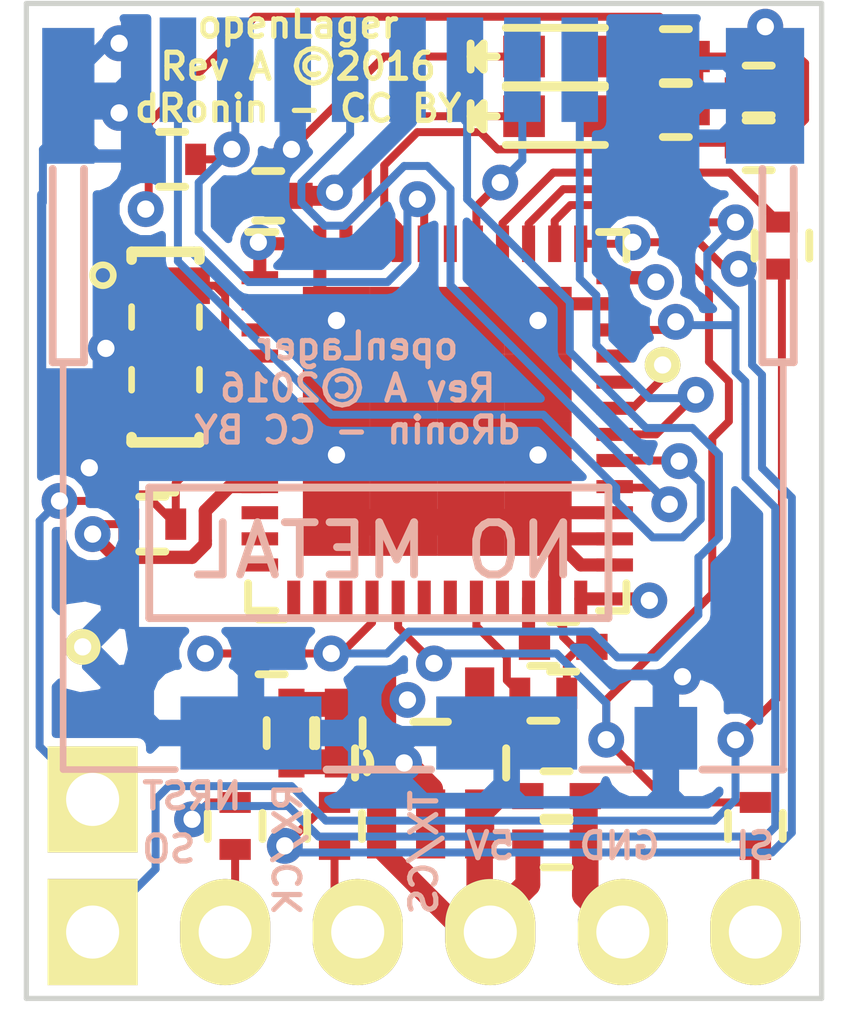
<source format=kicad_pcb>
(kicad_pcb (version 4) (host pcbnew 4.0.2-stable)

  (general
    (links 92)
    (no_connects 0)
    (area 190.449999 96.469999 205.790001 115.620001)
    (thickness 1.6)
    (drawings 13)
    (tracks 421)
    (zones 0)
    (modules 29)
    (nets 45)
  )

  (page A4)
  (layers
    (0 F.Cu signal)
    (1 In1.Cu power hide)
    (2 In2.Cu power hide)
    (31 B.Cu signal)
    (34 B.Paste user hide)
    (35 F.Paste user hide)
    (36 B.SilkS user)
    (37 F.SilkS user)
    (38 B.Mask user hide)
    (39 F.Mask user hide)
    (40 Dwgs.User user hide)
    (44 Edge.Cuts user)
  )

  (setup
    (last_trace_width 0.1524)
    (user_trace_width 0.25)
    (user_trace_width 0.254)
    (user_trace_width 0.381)
    (user_trace_width 0.47625)
    (user_trace_width 0.508)
    (user_trace_width 0.635)
    (user_trace_width 0.762)
    (user_trace_width 1.016)
    (trace_clearance 0.1524)
    (zone_clearance 0.155)
    (zone_45_only yes)
    (trace_min 0.1524)
    (segment_width 0.2)
    (edge_width 0.1)
    (via_size 0.6858)
    (via_drill 0.3302)
    (via_min_size 0.6858)
    (via_min_drill 0.3302)
    (uvia_size 0.762)
    (uvia_drill 0.508)
    (uvias_allowed no)
    (uvia_min_size 0)
    (uvia_min_drill 0)
    (pcb_text_width 0.3)
    (pcb_text_size 1.5 1.5)
    (mod_edge_width 0.15)
    (mod_text_size 1 1)
    (mod_text_width 0.15)
    (pad_size 2.2352 2.2352)
    (pad_drill 1.016)
    (pad_to_mask_clearance 0)
    (pad_to_paste_clearance_ratio -0.1)
    (aux_axis_origin 0 0)
    (visible_elements 7FFFFF7F)
    (pcbplotparams
      (layerselection 0x010fc_80000007)
      (usegerberextensions true)
      (excludeedgelayer true)
      (linewidth 0.100000)
      (plotframeref false)
      (viasonmask false)
      (mode 1)
      (useauxorigin false)
      (hpglpennumber 1)
      (hpglpenspeed 20)
      (hpglpendiameter 15)
      (hpglpenoverlay 2)
      (psnegative false)
      (psa4output false)
      (plotreference true)
      (plotvalue true)
      (plotinvisibletext false)
      (padsonsilk false)
      (subtractmaskfromsilk true)
      (outputformat 1)
      (mirror false)
      (drillshape 0)
      (scaleselection 1)
      (outputdirectory mfg_files/))
  )

  (net 0 "")
  (net 1 +5V)
  (net 2 GND)
  (net 3 +3V3)
  (net 4 NRST)
  (net 5 "Net-(C6-Pad1)")
  (net 6 "Net-(D2-Pad2)")
  (net 7 "Net-(D2-Pad1)")
  (net 8 "Net-(J1-Pad1)")
  (net 9 "Net-(J1-Pad2)")
  (net 10 "Net-(J1-Pad3)")
  (net 11 "Net-(J1-Pad6)")
  (net 12 SDIO_D1)
  (net 13 SDIO_D0)
  (net 14 SDIO_CK)
  (net 15 SDIO_CMD)
  (net 16 SDIO_D3)
  (net 17 SDIO_D2)
  (net 18 "Net-(R2-Pad2)")
  (net 19 "Net-(R4-Pad1)")
  (net 20 MISO)
  (net 21 RX_SCK)
  (net 22 TX_NSS)
  (net 23 MOSI)
  (net 24 "Net-(U1-Pad2)")
  (net 25 "Net-(U1-Pad3)")
  (net 26 "Net-(U1-Pad4)")
  (net 27 "Net-(U1-Pad5)")
  (net 28 "Net-(U1-Pad6)")
  (net 29 "Net-(U1-Pad11)")
  (net 30 "Net-(U1-Pad12)")
  (net 31 "Net-(U1-Pad14)")
  (net 32 "Net-(U1-Pad15)")
  (net 33 "Net-(U1-Pad18)")
  (net 34 "Net-(U1-Pad19)")
  (net 35 "Net-(U1-Pad21)")
  (net 36 "Net-(U1-Pad32)")
  (net 37 "Net-(U1-Pad33)")
  (net 38 "Net-(U1-Pad42)")
  (net 39 "Net-(U1-Pad45)")
  (net 40 "Net-(U1-Pad10)")
  (net 41 "Net-(D1-Pad2)")
  (net 42 "Net-(U2-Pad4)")
  (net 43 "Net-(TP3-Pad1)")
  (net 44 "Net-(U1-Pad13)")

  (net_class Default "This is the default net class."
    (clearance 0.1524)
    (trace_width 0.1524)
    (via_dia 0.6858)
    (via_drill 0.3302)
    (uvia_dia 0.762)
    (uvia_drill 0.508)
    (add_net +3V3)
    (add_net +5V)
    (add_net GND)
    (add_net MISO)
    (add_net MOSI)
    (add_net NRST)
    (add_net "Net-(C6-Pad1)")
    (add_net "Net-(D1-Pad2)")
    (add_net "Net-(D2-Pad1)")
    (add_net "Net-(D2-Pad2)")
    (add_net "Net-(J1-Pad1)")
    (add_net "Net-(J1-Pad2)")
    (add_net "Net-(J1-Pad3)")
    (add_net "Net-(J1-Pad6)")
    (add_net "Net-(R2-Pad2)")
    (add_net "Net-(R4-Pad1)")
    (add_net "Net-(TP3-Pad1)")
    (add_net "Net-(U1-Pad10)")
    (add_net "Net-(U1-Pad11)")
    (add_net "Net-(U1-Pad12)")
    (add_net "Net-(U1-Pad13)")
    (add_net "Net-(U1-Pad14)")
    (add_net "Net-(U1-Pad15)")
    (add_net "Net-(U1-Pad18)")
    (add_net "Net-(U1-Pad19)")
    (add_net "Net-(U1-Pad2)")
    (add_net "Net-(U1-Pad21)")
    (add_net "Net-(U1-Pad3)")
    (add_net "Net-(U1-Pad32)")
    (add_net "Net-(U1-Pad33)")
    (add_net "Net-(U1-Pad4)")
    (add_net "Net-(U1-Pad42)")
    (add_net "Net-(U1-Pad45)")
    (add_net "Net-(U1-Pad5)")
    (add_net "Net-(U1-Pad6)")
    (add_net "Net-(U2-Pad4)")
    (add_net RX_SCK)
    (add_net SDIO_CK)
    (add_net SDIO_CMD)
    (add_net SDIO_D0)
    (add_net SDIO_D1)
    (add_net SDIO_D2)
    (add_net SDIO_D3)
    (add_net TX_NSS)
  )

  (module openLagerFootprints:C_0402 (layer F.Cu) (tedit 57146AEA) (tstamp 5718B8A7)
    (at 200.66 111.6965)
    (descr "Capacitor SMD 0402, reflow soldering, AVX (see smccp.pdf)")
    (tags "capacitor 0402")
    (path /57127D31)
    (attr smd)
    (fp_text reference C1 (at 0 -1.7) (layer F.SilkS) hide
      (effects (font (size 1 1) (thickness 0.15)))
    )
    (fp_text value 10uF (at 0 1.7) (layer F.Fab) hide
      (effects (font (size 1 1) (thickness 0.15)))
    )
    (fp_line (start -1.15 -0.6) (end 1.15 -0.6) (layer F.CrtYd) (width 0.05))
    (fp_line (start -1.15 0.6) (end 1.15 0.6) (layer F.CrtYd) (width 0.05))
    (fp_line (start -1.15 -0.6) (end -1.15 0.6) (layer F.CrtYd) (width 0.05))
    (fp_line (start 1.15 -0.6) (end 1.15 0.6) (layer F.CrtYd) (width 0.05))
    (fp_line (start 0.25 -0.475) (end -0.25 -0.475) (layer F.SilkS) (width 0.15))
    (fp_line (start -0.25 0.475) (end 0.25 0.475) (layer F.SilkS) (width 0.15))
    (pad 1 smd rect (at -0.55 0) (size 0.6 0.5) (layers F.Cu F.Paste F.Mask)
      (net 1 +5V))
    (pad 2 smd rect (at 0.55 0) (size 0.6 0.5) (layers F.Cu F.Paste F.Mask)
      (net 2 GND))
    (model Capacitors_SMD.3dshapes/C_0402.wrl
      (at (xyz 0 0 0))
      (scale (xyz 1 1 1))
      (rotate (xyz 0 0 0))
    )
  )

  (module openLagerFootprints:C_0402 (layer F.Cu) (tedit 57146AEA) (tstamp 5718B8AC)
    (at 196.469 110.49 270)
    (descr "Capacitor SMD 0402, reflow soldering, AVX (see smccp.pdf)")
    (tags "capacitor 0402")
    (path /57145609)
    (attr smd)
    (fp_text reference C3 (at 0 -1.7 270) (layer F.SilkS) hide
      (effects (font (size 1 1) (thickness 0.15)))
    )
    (fp_text value 0.1uF (at 0 1.7 270) (layer F.Fab) hide
      (effects (font (size 1 1) (thickness 0.15)))
    )
    (fp_line (start -1.15 -0.6) (end 1.15 -0.6) (layer F.CrtYd) (width 0.05))
    (fp_line (start -1.15 0.6) (end 1.15 0.6) (layer F.CrtYd) (width 0.05))
    (fp_line (start -1.15 -0.6) (end -1.15 0.6) (layer F.CrtYd) (width 0.05))
    (fp_line (start 1.15 -0.6) (end 1.15 0.6) (layer F.CrtYd) (width 0.05))
    (fp_line (start 0.25 -0.475) (end -0.25 -0.475) (layer F.SilkS) (width 0.15))
    (fp_line (start -0.25 0.475) (end 0.25 0.475) (layer F.SilkS) (width 0.15))
    (pad 1 smd rect (at -0.55 0 270) (size 0.6 0.5) (layers F.Cu F.Paste F.Mask)
      (net 3 +3V3))
    (pad 2 smd rect (at 0.55 0 270) (size 0.6 0.5) (layers F.Cu F.Paste F.Mask)
      (net 2 GND))
    (model Capacitors_SMD.3dshapes/C_0402.wrl
      (at (xyz 0 0 0))
      (scale (xyz 1 1 1))
      (rotate (xyz 0 0 0))
    )
  )

  (module openLagerFootprints:C_0402 (layer F.Cu) (tedit 57146AEA) (tstamp 5718B8B1)
    (at 195.58 110.49 270)
    (descr "Capacitor SMD 0402, reflow soldering, AVX (see smccp.pdf)")
    (tags "capacitor 0402")
    (path /57127CF8)
    (attr smd)
    (fp_text reference C4 (at 0 -1.7 270) (layer F.SilkS) hide
      (effects (font (size 1 1) (thickness 0.15)))
    )
    (fp_text value 10uF (at 0 1.7 270) (layer F.Fab) hide
      (effects (font (size 1 1) (thickness 0.15)))
    )
    (fp_line (start -1.15 -0.6) (end 1.15 -0.6) (layer F.CrtYd) (width 0.05))
    (fp_line (start -1.15 0.6) (end 1.15 0.6) (layer F.CrtYd) (width 0.05))
    (fp_line (start -1.15 -0.6) (end -1.15 0.6) (layer F.CrtYd) (width 0.05))
    (fp_line (start 1.15 -0.6) (end 1.15 0.6) (layer F.CrtYd) (width 0.05))
    (fp_line (start 0.25 -0.475) (end -0.25 -0.475) (layer F.SilkS) (width 0.15))
    (fp_line (start -0.25 0.475) (end 0.25 0.475) (layer F.SilkS) (width 0.15))
    (pad 1 smd rect (at -0.55 0 270) (size 0.6 0.5) (layers F.Cu F.Paste F.Mask)
      (net 3 +3V3))
    (pad 2 smd rect (at 0.55 0 270) (size 0.6 0.5) (layers F.Cu F.Paste F.Mask)
      (net 2 GND))
    (model Capacitors_SMD.3dshapes/C_0402.wrl
      (at (xyz 0 0 0))
      (scale (xyz 1 1 1))
      (rotate (xyz 0 0 0))
    )
  )

  (module openLagerFootprints:C_0402 (layer F.Cu) (tedit 57146AEA) (tstamp 5718B8B6)
    (at 193.1035 105.41 180)
    (descr "Capacitor SMD 0402, reflow soldering, AVX (see smccp.pdf)")
    (tags "capacitor 0402")
    (path /57128592)
    (attr smd)
    (fp_text reference C5 (at 0 -1.7 180) (layer F.SilkS) hide
      (effects (font (size 1 1) (thickness 0.15)))
    )
    (fp_text value 1uF (at 0 1.7 180) (layer F.Fab) hide
      (effects (font (size 1 1) (thickness 0.15)))
    )
    (fp_line (start -1.15 -0.6) (end 1.15 -0.6) (layer F.CrtYd) (width 0.05))
    (fp_line (start -1.15 0.6) (end 1.15 0.6) (layer F.CrtYd) (width 0.05))
    (fp_line (start -1.15 -0.6) (end -1.15 0.6) (layer F.CrtYd) (width 0.05))
    (fp_line (start 1.15 -0.6) (end 1.15 0.6) (layer F.CrtYd) (width 0.05))
    (fp_line (start 0.25 -0.475) (end -0.25 -0.475) (layer F.SilkS) (width 0.15))
    (fp_line (start -0.25 0.475) (end 0.25 0.475) (layer F.SilkS) (width 0.15))
    (pad 1 smd rect (at -0.55 0 180) (size 0.6 0.5) (layers F.Cu F.Paste F.Mask)
      (net 4 NRST))
    (pad 2 smd rect (at 0.55 0 180) (size 0.6 0.5) (layers F.Cu F.Paste F.Mask)
      (net 2 GND))
    (model Capacitors_SMD.3dshapes/C_0402.wrl
      (at (xyz 0 0 0))
      (scale (xyz 1 1 1))
      (rotate (xyz 0 0 0))
    )
  )

  (module openLagerFootprints:C_0402 (layer F.Cu) (tedit 57146AEA) (tstamp 5718B8BB)
    (at 200.787 108.839)
    (descr "Capacitor SMD 0402, reflow soldering, AVX (see smccp.pdf)")
    (tags "capacitor 0402")
    (path /5712A212)
    (attr smd)
    (fp_text reference C6 (at 0 -1.7) (layer F.SilkS) hide
      (effects (font (size 1 1) (thickness 0.15)))
    )
    (fp_text value 4.7uF (at 0 1.7) (layer F.Fab) hide
      (effects (font (size 1 1) (thickness 0.15)))
    )
    (fp_line (start -1.15 -0.6) (end 1.15 -0.6) (layer F.CrtYd) (width 0.05))
    (fp_line (start -1.15 0.6) (end 1.15 0.6) (layer F.CrtYd) (width 0.05))
    (fp_line (start -1.15 -0.6) (end -1.15 0.6) (layer F.CrtYd) (width 0.05))
    (fp_line (start 1.15 -0.6) (end 1.15 0.6) (layer F.CrtYd) (width 0.05))
    (fp_line (start 0.25 -0.475) (end -0.25 -0.475) (layer F.SilkS) (width 0.15))
    (fp_line (start -0.25 0.475) (end 0.25 0.475) (layer F.SilkS) (width 0.15))
    (pad 1 smd rect (at -0.55 0) (size 0.6 0.5) (layers F.Cu F.Paste F.Mask)
      (net 5 "Net-(C6-Pad1)"))
    (pad 2 smd rect (at 0.55 0) (size 0.6 0.5) (layers F.Cu F.Paste F.Mask)
      (net 2 GND))
    (model Capacitors_SMD.3dshapes/C_0402.wrl
      (at (xyz 0 0 0))
      (scale (xyz 1 1 1))
      (rotate (xyz 0 0 0))
    )
  )

  (module openLagerFootprints:C_0402 (layer F.Cu) (tedit 57146AEA) (tstamp 5718B8C0)
    (at 200.66 112.5855)
    (descr "Capacitor SMD 0402, reflow soldering, AVX (see smccp.pdf)")
    (tags "capacitor 0402")
    (path /57166D8A)
    (attr smd)
    (fp_text reference C7 (at 0 -1.7) (layer F.SilkS) hide
      (effects (font (size 1 1) (thickness 0.15)))
    )
    (fp_text value 0.1uF (at 0 1.7) (layer F.Fab) hide
      (effects (font (size 1 1) (thickness 0.15)))
    )
    (fp_line (start -1.15 -0.6) (end 1.15 -0.6) (layer F.CrtYd) (width 0.05))
    (fp_line (start -1.15 0.6) (end 1.15 0.6) (layer F.CrtYd) (width 0.05))
    (fp_line (start -1.15 -0.6) (end -1.15 0.6) (layer F.CrtYd) (width 0.05))
    (fp_line (start 1.15 -0.6) (end 1.15 0.6) (layer F.CrtYd) (width 0.05))
    (fp_line (start 0.25 -0.475) (end -0.25 -0.475) (layer F.SilkS) (width 0.15))
    (fp_line (start -0.25 0.475) (end 0.25 0.475) (layer F.SilkS) (width 0.15))
    (pad 1 smd rect (at -0.55 0) (size 0.6 0.5) (layers F.Cu F.Paste F.Mask)
      (net 1 +5V))
    (pad 2 smd rect (at 0.55 0) (size 0.6 0.5) (layers F.Cu F.Paste F.Mask)
      (net 2 GND))
    (model Capacitors_SMD.3dshapes/C_0402.wrl
      (at (xyz 0 0 0))
      (scale (xyz 1 1 1))
      (rotate (xyz 0 0 0))
    )
  )

  (module openLagerFootprints:C_0402 (layer F.Cu) (tedit 57146AEA) (tstamp 5718B8C5)
    (at 195.1355 100.203 180)
    (descr "Capacitor SMD 0402, reflow soldering, AVX (see smccp.pdf)")
    (tags "capacitor 0402")
    (path /57147F54)
    (attr smd)
    (fp_text reference C8 (at 0 -1.7 180) (layer F.SilkS) hide
      (effects (font (size 1 1) (thickness 0.15)))
    )
    (fp_text value 0.1uF (at 0 1.7 180) (layer F.Fab) hide
      (effects (font (size 1 1) (thickness 0.15)))
    )
    (fp_line (start -1.15 -0.6) (end 1.15 -0.6) (layer F.CrtYd) (width 0.05))
    (fp_line (start -1.15 0.6) (end 1.15 0.6) (layer F.CrtYd) (width 0.05))
    (fp_line (start -1.15 -0.6) (end -1.15 0.6) (layer F.CrtYd) (width 0.05))
    (fp_line (start 1.15 -0.6) (end 1.15 0.6) (layer F.CrtYd) (width 0.05))
    (fp_line (start 0.25 -0.475) (end -0.25 -0.475) (layer F.SilkS) (width 0.15))
    (fp_line (start -0.25 0.475) (end 0.25 0.475) (layer F.SilkS) (width 0.15))
    (pad 1 smd rect (at -0.55 0 180) (size 0.6 0.5) (layers F.Cu F.Paste F.Mask)
      (net 3 +3V3))
    (pad 2 smd rect (at 0.55 0 180) (size 0.6 0.5) (layers F.Cu F.Paste F.Mask)
      (net 2 GND))
    (model Capacitors_SMD.3dshapes/C_0402.wrl
      (at (xyz 0 0 0))
      (scale (xyz 1 1 1))
      (rotate (xyz 0 0 0))
    )
  )

  (module openLagerFootprints:HRS_DM3CS-SF (layer B.Cu) (tedit 57146DBF) (tstamp 5718B8DD)
    (at 201.1045 111.1885)
    (path /571409CA)
    (solder_mask_margin 0.1)
    (attr smd)
    (fp_text reference J2 (at -7.66 1.435) (layer B.SilkS) hide
      (effects (font (size 1 1) (thickness 0.05)) (justify mirror))
    )
    (fp_text value DM3CS-SF (at -7.025 -16.065) (layer B.SilkS) hide
      (effects (font (size 1 1) (thickness 0.05)) (justify mirror))
    )
    (fp_text user "NO METAL" (at -3.7465 -4.191) (layer B.SilkS)
      (effects (font (size 1 1) (thickness 0.15)) (justify mirror))
    )
    (fp_line (start 2.35 0) (end 3.9 0) (layer B.SilkS) (width 0.15))
    (fp_line (start 0.05 0) (end 0.95 0) (layer B.SilkS) (width 0.15))
    (fp_line (start -4.85 0) (end -2.85 0) (layer B.SilkS) (width 0.15))
    (fp_line (start -10.1 -7.8) (end -10.1 -11.5) (layer B.SilkS) (width 0.15))
    (fp_line (start -9.5 -7.8) (end -9.5 -11.5) (layer B.SilkS) (width 0.15))
    (fp_line (start -10.1 -7.8) (end -9.5 -7.8) (layer B.SilkS) (width 0.15))
    (fp_line (start 4.1 -7.8) (end 4.1 -11.5) (layer B.SilkS) (width 0.15))
    (fp_line (start 3.5 -7.8) (end 3.5 -11.5) (layer B.SilkS) (width 0.15))
    (fp_line (start 3.5 -7.8) (end 4.1 -7.8) (layer B.SilkS) (width 0.15))
    (fp_line (start -8.25 -5.4) (end 0.55 -5.4) (layer B.SilkS) (width 0.15))
    (fp_line (start -8.25 -2.9) (end -8.25 -5.4) (layer B.SilkS) (width 0.15))
    (fp_line (start -8.25 -2.9) (end 0.55 -2.9) (layer B.SilkS) (width 0.15))
    (fp_line (start 0.55 -2.9) (end 0.55 -5.4) (layer B.SilkS) (width 0.15))
    (fp_line (start -9.9 -7.8) (end -9.9 0) (layer B.SilkS) (width 0.127))
    (fp_line (start -9.9 0) (end -7.75 0) (layer B.SilkS) (width 0.127))
    (fp_line (start 3.9 0) (end 3.9 -7.8) (layer B.SilkS) (width 0.127))
    (fp_line (start 3.9 -11.4) (end 3.9 -14.4) (layer Dwgs.User) (width 0.127))
    (fp_line (start 3.9 -14.4) (end 3 -14.4) (layer Dwgs.User) (width 0.127))
    (fp_arc (start 1.5 -14.4) (end 1.5 -12.9) (angle -90) (layer Dwgs.User) (width 0.127))
    (fp_line (start 1.5 -12.9) (end -3 -12.9) (layer Dwgs.User) (width 0.127))
    (fp_line (start -3 -12.9) (end -7.6 -12.9) (layer Dwgs.User) (width 0.127))
    (fp_arc (start -7.6 -14.4) (end -9.1 -14.4) (angle -90) (layer Dwgs.User) (width 0.127))
    (fp_line (start -9.1 -14.4) (end -9.9 -14.4) (layer Dwgs.User) (width 0.127))
    (fp_line (start -9.9 -14.4) (end -9.9 -11.4) (layer Dwgs.User) (width 0.127))
    (pad 8 smd rect (at -7.7 -13.4) (size 0.7 2) (layers B.Cu B.Paste B.Mask)
      (net 12 SDIO_D1))
    (pad 7 smd rect (at -6.6 -13.4) (size 0.7 2) (layers B.Cu B.Paste B.Mask)
      (net 13 SDIO_D0))
    (pad 6 smd rect (at -5.5 -13.4) (size 0.7 2) (layers B.Cu B.Paste B.Mask)
      (net 2 GND))
    (pad 5 smd rect (at -4.4 -13.4) (size 0.7 2) (layers B.Cu B.Paste B.Mask)
      (net 14 SDIO_CK))
    (pad 4 smd rect (at -3.3 -13.4) (size 0.7 2) (layers B.Cu B.Paste B.Mask)
      (net 3 +3V3))
    (pad 3 smd rect (at -2.2 -13.4) (size 0.7 2) (layers B.Cu B.Paste B.Mask)
      (net 15 SDIO_CMD))
    (pad 2 smd rect (at -1.1 -13.4) (size 0.7 2) (layers B.Cu B.Paste B.Mask)
      (net 16 SDIO_D3))
    (pad 1 smd rect (at 0 -13.4) (size 0.7 2) (layers B.Cu B.Paste B.Mask)
      (net 17 SDIO_D2))
    (pad PAD2 smd rect (at -9.8 -12.9) (size 1 2.6) (layers B.Cu B.Paste B.Mask)
      (net 2 GND))
    (pad PAD1 smd rect (at 3.55 -12.9) (size 1.5 2.6) (layers B.Cu B.Paste B.Mask)
      (net 2 GND))
    (pad PAD3 smd rect (at -6.3 -0.7) (size 2.7 1.4) (layers B.Cu B.Paste B.Mask)
      (net 2 GND))
    (pad PAD4 smd rect (at -1.4 -0.7) (size 2.7 1.4) (layers B.Cu B.Paste B.Mask)
      (net 2 GND))
    (pad 9 smd rect (at 1.65 -0.6) (size 1.2 1.2) (layers B.Cu B.Paste B.Mask)
      (net 2 GND))
  )

  (module openLagerFootprints:R_0402 (layer F.Cu) (tedit 57146A88) (tstamp 5718B8ED)
    (at 192.913 106.4895)
    (descr "Resistor SMD 0402, reflow soldering, Vishay (see dcrcw.pdf)")
    (tags "resistor 0402")
    (path /571284A0)
    (attr smd)
    (fp_text reference R1 (at 0 -1.8) (layer F.SilkS) hide
      (effects (font (size 1 1) (thickness 0.15)))
    )
    (fp_text value 10k (at 0 1.8) (layer F.Fab) hide
      (effects (font (size 1 1) (thickness 0.15)))
    )
    (fp_line (start -0.95 -0.65) (end 0.95 -0.65) (layer F.CrtYd) (width 0.05))
    (fp_line (start -0.95 0.65) (end 0.95 0.65) (layer F.CrtYd) (width 0.05))
    (fp_line (start -0.95 -0.65) (end -0.95 0.65) (layer F.CrtYd) (width 0.05))
    (fp_line (start 0.95 -0.65) (end 0.95 0.65) (layer F.CrtYd) (width 0.05))
    (fp_line (start 0.25 -0.525) (end -0.25 -0.525) (layer F.SilkS) (width 0.15))
    (fp_line (start -0.25 0.525) (end 0.25 0.525) (layer F.SilkS) (width 0.15))
    (pad 1 smd rect (at -0.45 0) (size 0.4 0.6) (layers F.Cu F.Paste F.Mask)
      (net 3 +3V3))
    (pad 2 smd rect (at 0.45 0) (size 0.4 0.6) (layers F.Cu F.Paste F.Mask)
      (net 4 NRST))
    (model Resistors_SMD.3dshapes/R_0402.wrl
      (at (xyz 0 0 0))
      (scale (xyz 1 1 1))
      (rotate (xyz 0 0 0))
    )
  )

  (module openLagerFootprints:R_0402 (layer F.Cu) (tedit 57146A88) (tstamp 5718B8F2)
    (at 204.5335 98.2345 180)
    (descr "Resistor SMD 0402, reflow soldering, Vishay (see dcrcw.pdf)")
    (tags "resistor 0402")
    (path /571299EA)
    (attr smd)
    (fp_text reference R2 (at 0 -1.8 180) (layer F.SilkS) hide
      (effects (font (size 1 1) (thickness 0.15)))
    )
    (fp_text value DNP (at 0 1.8 180) (layer F.Fab) hide
      (effects (font (size 1 1) (thickness 0.15)))
    )
    (fp_line (start -0.95 -0.65) (end 0.95 -0.65) (layer F.CrtYd) (width 0.05))
    (fp_line (start -0.95 0.65) (end 0.95 0.65) (layer F.CrtYd) (width 0.05))
    (fp_line (start -0.95 -0.65) (end -0.95 0.65) (layer F.CrtYd) (width 0.05))
    (fp_line (start 0.95 -0.65) (end 0.95 0.65) (layer F.CrtYd) (width 0.05))
    (fp_line (start 0.25 -0.525) (end -0.25 -0.525) (layer F.SilkS) (width 0.15))
    (fp_line (start -0.25 0.525) (end 0.25 0.525) (layer F.SilkS) (width 0.15))
    (pad 1 smd rect (at -0.45 0 180) (size 0.4 0.6) (layers F.Cu F.Paste F.Mask)
      (net 3 +3V3))
    (pad 2 smd rect (at 0.45 0 180) (size 0.4 0.6) (layers F.Cu F.Paste F.Mask)
      (net 18 "Net-(R2-Pad2)"))
    (model Resistors_SMD.3dshapes/R_0402.wrl
      (at (xyz 0 0 0))
      (scale (xyz 1 1 1))
      (rotate (xyz 0 0 0))
    )
  )

  (module openLagerFootprints:R_0402 (layer F.Cu) (tedit 57146A88) (tstamp 5718B8F7)
    (at 204.5335 99.187)
    (descr "Resistor SMD 0402, reflow soldering, Vishay (see dcrcw.pdf)")
    (tags "resistor 0402")
    (path /5712884E)
    (attr smd)
    (fp_text reference R3 (at 0 -1.8) (layer F.SilkS) hide
      (effects (font (size 1 1) (thickness 0.15)))
    )
    (fp_text value 10k (at 0 1.8) (layer F.Fab) hide
      (effects (font (size 1 1) (thickness 0.15)))
    )
    (fp_line (start -0.95 -0.65) (end 0.95 -0.65) (layer F.CrtYd) (width 0.05))
    (fp_line (start -0.95 0.65) (end 0.95 0.65) (layer F.CrtYd) (width 0.05))
    (fp_line (start -0.95 -0.65) (end -0.95 0.65) (layer F.CrtYd) (width 0.05))
    (fp_line (start 0.95 -0.65) (end 0.95 0.65) (layer F.CrtYd) (width 0.05))
    (fp_line (start 0.25 -0.525) (end -0.25 -0.525) (layer F.SilkS) (width 0.15))
    (fp_line (start -0.25 0.525) (end 0.25 0.525) (layer F.SilkS) (width 0.15))
    (pad 1 smd rect (at -0.45 0) (size 0.4 0.6) (layers F.Cu F.Paste F.Mask)
      (net 18 "Net-(R2-Pad2)"))
    (pad 2 smd rect (at 0.45 0) (size 0.4 0.6) (layers F.Cu F.Paste F.Mask)
      (net 2 GND))
    (model Resistors_SMD.3dshapes/R_0402.wrl
      (at (xyz 0 0 0))
      (scale (xyz 1 1 1))
      (rotate (xyz 0 0 0))
    )
  )

  (module openLagerFootprints:R_0402 (layer F.Cu) (tedit 57146A88) (tstamp 5718B8FC)
    (at 200.406 109.728)
    (descr "Resistor SMD 0402, reflow soldering, Vishay (see dcrcw.pdf)")
    (tags "resistor 0402")
    (path /571319A7)
    (attr smd)
    (fp_text reference R4 (at 0 -1.8) (layer F.SilkS) hide
      (effects (font (size 1 1) (thickness 0.15)))
    )
    (fp_text value 10k (at 0 1.8) (layer F.Fab) hide
      (effects (font (size 1 1) (thickness 0.15)))
    )
    (fp_line (start -0.95 -0.65) (end 0.95 -0.65) (layer F.CrtYd) (width 0.05))
    (fp_line (start -0.95 0.65) (end 0.95 0.65) (layer F.CrtYd) (width 0.05))
    (fp_line (start -0.95 -0.65) (end -0.95 0.65) (layer F.CrtYd) (width 0.05))
    (fp_line (start 0.95 -0.65) (end 0.95 0.65) (layer F.CrtYd) (width 0.05))
    (fp_line (start 0.25 -0.525) (end -0.25 -0.525) (layer F.SilkS) (width 0.15))
    (fp_line (start -0.25 0.525) (end 0.25 0.525) (layer F.SilkS) (width 0.15))
    (pad 1 smd rect (at -0.45 0) (size 0.4 0.6) (layers F.Cu F.Paste F.Mask)
      (net 19 "Net-(R4-Pad1)"))
    (pad 2 smd rect (at 0.45 0) (size 0.4 0.6) (layers F.Cu F.Paste F.Mask)
      (net 2 GND))
    (model Resistors_SMD.3dshapes/R_0402.wrl
      (at (xyz 0 0 0))
      (scale (xyz 1 1 1))
      (rotate (xyz 0 0 0))
    )
  )

  (module openLagerFootprints:R_0402 (layer F.Cu) (tedit 57146A88) (tstamp 5718B901)
    (at 204.978 101.1555 90)
    (descr "Resistor SMD 0402, reflow soldering, Vishay (see dcrcw.pdf)")
    (tags "resistor 0402")
    (path /5716970C)
    (attr smd)
    (fp_text reference R5 (at 0 -1.8 90) (layer F.SilkS) hide
      (effects (font (size 1 1) (thickness 0.15)))
    )
    (fp_text value 22R (at 0 1.8 90) (layer F.Fab) hide
      (effects (font (size 1 1) (thickness 0.15)))
    )
    (fp_line (start -0.95 -0.65) (end 0.95 -0.65) (layer F.CrtYd) (width 0.05))
    (fp_line (start -0.95 0.65) (end 0.95 0.65) (layer F.CrtYd) (width 0.05))
    (fp_line (start -0.95 -0.65) (end -0.95 0.65) (layer F.CrtYd) (width 0.05))
    (fp_line (start 0.95 -0.65) (end 0.95 0.65) (layer F.CrtYd) (width 0.05))
    (fp_line (start 0.25 -0.525) (end -0.25 -0.525) (layer F.SilkS) (width 0.15))
    (fp_line (start -0.25 0.525) (end 0.25 0.525) (layer F.SilkS) (width 0.15))
    (pad 1 smd rect (at -0.45 0 90) (size 0.4 0.6) (layers F.Cu F.Paste F.Mask)
      (net 8 "Net-(J1-Pad1)"))
    (pad 2 smd rect (at 0.45 0 90) (size 0.4 0.6) (layers F.Cu F.Paste F.Mask)
      (net 20 MISO))
    (model Resistors_SMD.3dshapes/R_0402.wrl
      (at (xyz 0 0 0))
      (scale (xyz 1 1 1))
      (rotate (xyz 0 0 0))
    )
  )

  (module openLagerFootprints:R_0402 (layer F.Cu) (tedit 57146A88) (tstamp 5718B906)
    (at 194.5005 112.268 90)
    (descr "Resistor SMD 0402, reflow soldering, Vishay (see dcrcw.pdf)")
    (tags "resistor 0402")
    (path /57169706)
    (attr smd)
    (fp_text reference R6 (at 0 -1.8 90) (layer F.SilkS) hide
      (effects (font (size 1 1) (thickness 0.15)))
    )
    (fp_text value 22R (at 0 1.8 90) (layer F.Fab) hide
      (effects (font (size 1 1) (thickness 0.15)))
    )
    (fp_line (start -0.95 -0.65) (end 0.95 -0.65) (layer F.CrtYd) (width 0.05))
    (fp_line (start -0.95 0.65) (end 0.95 0.65) (layer F.CrtYd) (width 0.05))
    (fp_line (start -0.95 -0.65) (end -0.95 0.65) (layer F.CrtYd) (width 0.05))
    (fp_line (start 0.95 -0.65) (end 0.95 0.65) (layer F.CrtYd) (width 0.05))
    (fp_line (start 0.25 -0.525) (end -0.25 -0.525) (layer F.SilkS) (width 0.15))
    (fp_line (start -0.25 0.525) (end 0.25 0.525) (layer F.SilkS) (width 0.15))
    (pad 1 smd rect (at -0.45 0 90) (size 0.4 0.6) (layers F.Cu F.Paste F.Mask)
      (net 9 "Net-(J1-Pad2)"))
    (pad 2 smd rect (at 0.45 0 90) (size 0.4 0.6) (layers F.Cu F.Paste F.Mask)
      (net 21 RX_SCK))
    (model Resistors_SMD.3dshapes/R_0402.wrl
      (at (xyz 0 0 0))
      (scale (xyz 1 1 1))
      (rotate (xyz 0 0 0))
    )
  )

  (module openLagerFootprints:R_0402 (layer F.Cu) (tedit 57146A88) (tstamp 5718B90B)
    (at 196.4055 112.268 90)
    (descr "Resistor SMD 0402, reflow soldering, Vishay (see dcrcw.pdf)")
    (tags "resistor 0402")
    (path /57169700)
    (attr smd)
    (fp_text reference R7 (at 0 -1.8 90) (layer F.SilkS) hide
      (effects (font (size 1 1) (thickness 0.15)))
    )
    (fp_text value 22R (at 0 1.8 90) (layer F.Fab) hide
      (effects (font (size 1 1) (thickness 0.15)))
    )
    (fp_line (start -0.95 -0.65) (end 0.95 -0.65) (layer F.CrtYd) (width 0.05))
    (fp_line (start -0.95 0.65) (end 0.95 0.65) (layer F.CrtYd) (width 0.05))
    (fp_line (start -0.95 -0.65) (end -0.95 0.65) (layer F.CrtYd) (width 0.05))
    (fp_line (start 0.95 -0.65) (end 0.95 0.65) (layer F.CrtYd) (width 0.05))
    (fp_line (start 0.25 -0.525) (end -0.25 -0.525) (layer F.SilkS) (width 0.15))
    (fp_line (start -0.25 0.525) (end 0.25 0.525) (layer F.SilkS) (width 0.15))
    (pad 1 smd rect (at -0.45 0 90) (size 0.4 0.6) (layers F.Cu F.Paste F.Mask)
      (net 10 "Net-(J1-Pad3)"))
    (pad 2 smd rect (at 0.45 0 90) (size 0.4 0.6) (layers F.Cu F.Paste F.Mask)
      (net 22 TX_NSS))
    (model Resistors_SMD.3dshapes/R_0402.wrl
      (at (xyz 0 0 0))
      (scale (xyz 1 1 1))
      (rotate (xyz 0 0 0))
    )
  )

  (module openLagerFootprints:R_0402 (layer F.Cu) (tedit 57146A88) (tstamp 5718B910)
    (at 204.47 112.268 90)
    (descr "Resistor SMD 0402, reflow soldering, Vishay (see dcrcw.pdf)")
    (tags "resistor 0402")
    (path /57169712)
    (attr smd)
    (fp_text reference R8 (at 0 -1.8 90) (layer F.SilkS) hide
      (effects (font (size 1 1) (thickness 0.15)))
    )
    (fp_text value 22R (at 0 1.8 90) (layer F.Fab) hide
      (effects (font (size 1 1) (thickness 0.15)))
    )
    (fp_line (start -0.95 -0.65) (end 0.95 -0.65) (layer F.CrtYd) (width 0.05))
    (fp_line (start -0.95 0.65) (end 0.95 0.65) (layer F.CrtYd) (width 0.05))
    (fp_line (start -0.95 -0.65) (end -0.95 0.65) (layer F.CrtYd) (width 0.05))
    (fp_line (start 0.95 -0.65) (end 0.95 0.65) (layer F.CrtYd) (width 0.05))
    (fp_line (start 0.25 -0.525) (end -0.25 -0.525) (layer F.SilkS) (width 0.15))
    (fp_line (start -0.25 0.525) (end 0.25 0.525) (layer F.SilkS) (width 0.15))
    (pad 1 smd rect (at -0.45 0 90) (size 0.4 0.6) (layers F.Cu F.Paste F.Mask)
      (net 11 "Net-(J1-Pad6)"))
    (pad 2 smd rect (at 0.45 0 90) (size 0.4 0.6) (layers F.Cu F.Paste F.Mask)
      (net 23 MOSI))
    (model Resistors_SMD.3dshapes/R_0402.wrl
      (at (xyz 0 0 0))
      (scale (xyz 1 1 1))
      (rotate (xyz 0 0 0))
    )
  )

  (module openLagerFootprints:R_0402 (layer F.Cu) (tedit 57146A88) (tstamp 5718B915)
    (at 195.199 108.839)
    (descr "Resistor SMD 0402, reflow soldering, Vishay (see dcrcw.pdf)")
    (tags "resistor 0402")
    (path /571586DA)
    (attr smd)
    (fp_text reference R9 (at 0 -1.8) (layer F.SilkS) hide
      (effects (font (size 1 1) (thickness 0.15)))
    )
    (fp_text value 47k (at 0 1.8) (layer F.Fab) hide
      (effects (font (size 1 1) (thickness 0.15)))
    )
    (fp_line (start -0.95 -0.65) (end 0.95 -0.65) (layer F.CrtYd) (width 0.05))
    (fp_line (start -0.95 0.65) (end 0.95 0.65) (layer F.CrtYd) (width 0.05))
    (fp_line (start -0.95 -0.65) (end -0.95 0.65) (layer F.CrtYd) (width 0.05))
    (fp_line (start 0.95 -0.65) (end 0.95 0.65) (layer F.CrtYd) (width 0.05))
    (fp_line (start 0.25 -0.525) (end -0.25 -0.525) (layer F.SilkS) (width 0.15))
    (fp_line (start -0.25 0.525) (end 0.25 0.525) (layer F.SilkS) (width 0.15))
    (pad 1 smd rect (at -0.45 0) (size 0.4 0.6) (layers F.Cu F.Paste F.Mask)
      (net 3 +3V3))
    (pad 2 smd rect (at 0.45 0) (size 0.4 0.6) (layers F.Cu F.Paste F.Mask)
      (net 15 SDIO_CMD))
    (model Resistors_SMD.3dshapes/R_0402.wrl
      (at (xyz 0 0 0))
      (scale (xyz 1 1 1))
      (rotate (xyz 0 0 0))
    )
  )

  (module openLagerFootprints:R_0402 (layer F.Cu) (tedit 57146A88) (tstamp 5718B91A)
    (at 193.294 99.5045)
    (descr "Resistor SMD 0402, reflow soldering, Vishay (see dcrcw.pdf)")
    (tags "resistor 0402")
    (path /571587C7)
    (attr smd)
    (fp_text reference R10 (at 0 -1.8) (layer F.SilkS) hide
      (effects (font (size 1 1) (thickness 0.15)))
    )
    (fp_text value 47k (at 0 1.8) (layer F.Fab) hide
      (effects (font (size 1 1) (thickness 0.15)))
    )
    (fp_line (start -0.95 -0.65) (end 0.95 -0.65) (layer F.CrtYd) (width 0.05))
    (fp_line (start -0.95 0.65) (end 0.95 0.65) (layer F.CrtYd) (width 0.05))
    (fp_line (start -0.95 -0.65) (end -0.95 0.65) (layer F.CrtYd) (width 0.05))
    (fp_line (start 0.95 -0.65) (end 0.95 0.65) (layer F.CrtYd) (width 0.05))
    (fp_line (start 0.25 -0.525) (end -0.25 -0.525) (layer F.SilkS) (width 0.15))
    (fp_line (start -0.25 0.525) (end 0.25 0.525) (layer F.SilkS) (width 0.15))
    (pad 1 smd rect (at -0.45 0) (size 0.4 0.6) (layers F.Cu F.Paste F.Mask)
      (net 3 +3V3))
    (pad 2 smd rect (at 0.45 0) (size 0.4 0.6) (layers F.Cu F.Paste F.Mask)
      (net 13 SDIO_D0))
    (model Resistors_SMD.3dshapes/R_0402.wrl
      (at (xyz 0 0 0))
      (scale (xyz 1 1 1))
      (rotate (xyz 0 0 0))
    )
  )

  (module openLagerFootprints:R_0402 (layer F.Cu) (tedit 57146A88) (tstamp 5718B91F)
    (at 202.946 97.536)
    (descr "Resistor SMD 0402, reflow soldering, Vishay (see dcrcw.pdf)")
    (tags "resistor 0402")
    (path /57158A4B)
    (attr smd)
    (fp_text reference R12 (at 0 -1.8) (layer F.SilkS) hide
      (effects (font (size 1 1) (thickness 0.15)))
    )
    (fp_text value 330R (at 0 1.8) (layer F.Fab) hide
      (effects (font (size 1 1) (thickness 0.15)))
    )
    (fp_line (start -0.95 -0.65) (end 0.95 -0.65) (layer F.CrtYd) (width 0.05))
    (fp_line (start -0.95 0.65) (end 0.95 0.65) (layer F.CrtYd) (width 0.05))
    (fp_line (start -0.95 -0.65) (end -0.95 0.65) (layer F.CrtYd) (width 0.05))
    (fp_line (start 0.95 -0.65) (end 0.95 0.65) (layer F.CrtYd) (width 0.05))
    (fp_line (start 0.25 -0.525) (end -0.25 -0.525) (layer F.SilkS) (width 0.15))
    (fp_line (start -0.25 0.525) (end 0.25 0.525) (layer F.SilkS) (width 0.15))
    (pad 1 smd rect (at -0.45 0) (size 0.4 0.6) (layers F.Cu F.Paste F.Mask)
      (net 41 "Net-(D1-Pad2)"))
    (pad 2 smd rect (at 0.45 0) (size 0.4 0.6) (layers F.Cu F.Paste F.Mask)
      (net 3 +3V3))
    (model Resistors_SMD.3dshapes/R_0402.wrl
      (at (xyz 0 0 0))
      (scale (xyz 1 1 1))
      (rotate (xyz 0 0 0))
    )
  )

  (module openLagerFootprints:R_0402 (layer F.Cu) (tedit 57146A88) (tstamp 5718B924)
    (at 202.946 98.552 180)
    (descr "Resistor SMD 0402, reflow soldering, Vishay (see dcrcw.pdf)")
    (tags "resistor 0402")
    (path /5715A3A0)
    (attr smd)
    (fp_text reference R13 (at 0 -1.8 180) (layer F.SilkS) hide
      (effects (font (size 1 1) (thickness 0.15)))
    )
    (fp_text value 330R (at 0 1.8 180) (layer F.Fab) hide
      (effects (font (size 1 1) (thickness 0.15)))
    )
    (fp_line (start -0.95 -0.65) (end 0.95 -0.65) (layer F.CrtYd) (width 0.05))
    (fp_line (start -0.95 0.65) (end 0.95 0.65) (layer F.CrtYd) (width 0.05))
    (fp_line (start -0.95 -0.65) (end -0.95 0.65) (layer F.CrtYd) (width 0.05))
    (fp_line (start 0.95 -0.65) (end 0.95 0.65) (layer F.CrtYd) (width 0.05))
    (fp_line (start 0.25 -0.525) (end -0.25 -0.525) (layer F.SilkS) (width 0.15))
    (fp_line (start -0.25 0.525) (end 0.25 0.525) (layer F.SilkS) (width 0.15))
    (pad 1 smd rect (at -0.45 0 180) (size 0.4 0.6) (layers F.Cu F.Paste F.Mask)
      (net 3 +3V3))
    (pad 2 smd rect (at 0.45 0 180) (size 0.4 0.6) (layers F.Cu F.Paste F.Mask)
      (net 6 "Net-(D2-Pad2)"))
    (model Resistors_SMD.3dshapes/R_0402.wrl
      (at (xyz 0 0 0))
      (scale (xyz 1 1 1))
      (rotate (xyz 0 0 0))
    )
  )

  (module openLagerFootprints:TP (layer F.Cu) (tedit 57146A99) (tstamp 5718B92D)
    (at 191.5795 108.839)
    (path /5714C7A6)
    (fp_text reference TP2 (at 0 0.5) (layer F.SilkS) hide
      (effects (font (size 1 1) (thickness 0.15)))
    )
    (fp_text value TEST_1P (at 0 -0.5) (layer F.Fab) hide
      (effects (font (size 1 1) (thickness 0.15)))
    )
    (pad 1 thru_hole circle (at 0 0) (size 0.6858 0.6858) (drill 0.3302) (layers *.Cu *.Mask F.SilkS)
      (net 2 GND))
  )

  (module openLagerFootprints:TP (layer F.Cu) (tedit 57146A99) (tstamp 5718B931)
    (at 202.692 103.4415)
    (path /571566CA)
    (fp_text reference TP3 (at 0 0.5) (layer F.SilkS) hide
      (effects (font (size 1 1) (thickness 0.15)))
    )
    (fp_text value TEST_1P (at 0 -0.5) (layer F.Fab) hide
      (effects (font (size 1 1) (thickness 0.15)))
    )
    (pad 1 thru_hole circle (at 0 0) (size 0.6858 0.6858) (drill 0.3302) (layers *.Cu *.Mask F.SilkS)
      (net 43 "Net-(TP3-Pad1)"))
  )

  (module openLagerFootprints:QFN-48-1EP_7x7mm_Pitch0.5mm (layer F.Cu) (tedit 57146BB1) (tstamp 5718B935)
    (at 198.374 104.521)
    (descr "UK Package; 48-Lead Plastic QFN (7mm x 7mm); (see Linear Technology QFN_48_05-08-1704.pdf)")
    (tags "QFN 0.5")
    (path /57174720)
    (attr smd)
    (fp_text reference U1 (at 0 -4.75) (layer F.SilkS) hide
      (effects (font (size 1 1) (thickness 0.15)))
    )
    (fp_text value STM32F411CEUx (at 0 4.75) (layer F.Fab) hide
      (effects (font (size 1 1) (thickness 0.15)))
    )
    (fp_line (start -4 -4) (end -4 4) (layer F.CrtYd) (width 0.05))
    (fp_line (start 4 -4) (end 4 4) (layer F.CrtYd) (width 0.05))
    (fp_line (start -4 -4) (end 4 -4) (layer F.CrtYd) (width 0.05))
    (fp_line (start -4 4) (end 4 4) (layer F.CrtYd) (width 0.05))
    (fp_line (start 3.625 -3.625) (end 3.625 -3.1) (layer F.SilkS) (width 0.15))
    (fp_line (start -3.625 3.625) (end -3.625 3.1) (layer F.SilkS) (width 0.15))
    (fp_line (start 3.625 3.625) (end 3.625 3.1) (layer F.SilkS) (width 0.15))
    (fp_line (start -3.625 -3.625) (end -3.1 -3.625) (layer F.SilkS) (width 0.15))
    (fp_line (start -3.625 3.625) (end -3.1 3.625) (layer F.SilkS) (width 0.15))
    (fp_line (start 3.625 3.625) (end 3.1 3.625) (layer F.SilkS) (width 0.15))
    (fp_line (start 3.625 -3.625) (end 3.1 -3.625) (layer F.SilkS) (width 0.15))
    (pad 1 smd rect (at -3.4 -2.75) (size 0.7 0.25) (layers F.Cu F.Paste F.Mask)
      (net 3 +3V3))
    (pad 2 smd rect (at -3.4 -2.25) (size 0.7 0.25) (layers F.Cu F.Paste F.Mask)
      (net 24 "Net-(U1-Pad2)"))
    (pad 3 smd rect (at -3.4 -1.75) (size 0.7 0.25) (layers F.Cu F.Paste F.Mask)
      (net 25 "Net-(U1-Pad3)"))
    (pad 4 smd rect (at -3.4 -1.25) (size 0.7 0.25) (layers F.Cu F.Paste F.Mask)
      (net 26 "Net-(U1-Pad4)"))
    (pad 5 smd rect (at -3.4 -0.75) (size 0.7 0.25) (layers F.Cu F.Paste F.Mask)
      (net 27 "Net-(U1-Pad5)"))
    (pad 6 smd rect (at -3.4 -0.25) (size 0.7 0.25) (layers F.Cu F.Paste F.Mask)
      (net 28 "Net-(U1-Pad6)"))
    (pad 7 smd rect (at -3.4 0.25) (size 0.7 0.25) (layers F.Cu F.Paste F.Mask)
      (net 4 NRST))
    (pad 8 smd rect (at -3.4 0.75) (size 0.7 0.25) (layers F.Cu F.Paste F.Mask)
      (net 2 GND))
    (pad 9 smd rect (at -3.4 1.25) (size 0.7 0.25) (layers F.Cu F.Paste F.Mask)
      (net 3 +3V3))
    (pad 10 smd rect (at -3.4 1.75) (size 0.7 0.25) (layers F.Cu F.Paste F.Mask)
      (net 40 "Net-(U1-Pad10)"))
    (pad 11 smd rect (at -3.4 2.25) (size 0.7 0.25) (layers F.Cu F.Paste F.Mask)
      (net 29 "Net-(U1-Pad11)"))
    (pad 12 smd rect (at -3.4 2.75) (size 0.7 0.25) (layers F.Cu F.Paste F.Mask)
      (net 30 "Net-(U1-Pad12)"))
    (pad 13 smd rect (at -2.75 3.4 90) (size 0.7 0.25) (layers F.Cu F.Paste F.Mask)
      (net 44 "Net-(U1-Pad13)"))
    (pad 14 smd rect (at -2.25 3.4 90) (size 0.7 0.25) (layers F.Cu F.Paste F.Mask)
      (net 31 "Net-(U1-Pad14)"))
    (pad 15 smd rect (at -1.75 3.4 90) (size 0.7 0.25) (layers F.Cu F.Paste F.Mask)
      (net 32 "Net-(U1-Pad15)"))
    (pad 16 smd rect (at -1.25 3.4 90) (size 0.7 0.25) (layers F.Cu F.Paste F.Mask)
      (net 15 SDIO_CMD))
    (pad 17 smd rect (at -0.75 3.4 90) (size 0.7 0.25) (layers F.Cu F.Paste F.Mask)
      (net 23 MOSI))
    (pad 18 smd rect (at -0.25 3.4 90) (size 0.7 0.25) (layers F.Cu F.Paste F.Mask)
      (net 33 "Net-(U1-Pad18)"))
    (pad 19 smd rect (at 0.25 3.4 90) (size 0.7 0.25) (layers F.Cu F.Paste F.Mask)
      (net 34 "Net-(U1-Pad19)"))
    (pad 20 smd rect (at 0.75 3.4 90) (size 0.7 0.25) (layers F.Cu F.Paste F.Mask)
      (net 19 "Net-(R4-Pad1)"))
    (pad 21 smd rect (at 1.25 3.4 90) (size 0.7 0.25) (layers F.Cu F.Paste F.Mask)
      (net 35 "Net-(U1-Pad21)"))
    (pad 22 smd rect (at 1.75 3.4 90) (size 0.7 0.25) (layers F.Cu F.Paste F.Mask)
      (net 5 "Net-(C6-Pad1)"))
    (pad 23 smd rect (at 2.25 3.4 90) (size 0.7 0.25) (layers F.Cu F.Paste F.Mask)
      (net 2 GND))
    (pad 24 smd rect (at 2.75 3.4 90) (size 0.7 0.25) (layers F.Cu F.Paste F.Mask)
      (net 3 +3V3))
    (pad 25 smd rect (at 3.4 2.75) (size 0.7 0.25) (layers F.Cu F.Paste F.Mask)
      (net 2 GND))
    (pad 26 smd rect (at 3.4 2.25) (size 0.7 0.25) (layers F.Cu F.Paste F.Mask)
      (net 2 GND))
    (pad 27 smd rect (at 3.4 1.75) (size 0.7 0.25) (layers F.Cu F.Paste F.Mask)
      (net 2 GND))
    (pad 28 smd rect (at 3.4 1.25) (size 0.7 0.25) (layers F.Cu F.Paste F.Mask)
      (net 14 SDIO_CK))
    (pad 29 smd rect (at 3.4 0.75) (size 0.7 0.25) (layers F.Cu F.Paste F.Mask)
      (net 12 SDIO_D1))
    (pad 30 smd rect (at 3.4 0.25) (size 0.7 0.25) (layers F.Cu F.Paste F.Mask)
      (net 17 SDIO_D2))
    (pad 31 smd rect (at 3.4 -0.25) (size 0.7 0.25) (layers F.Cu F.Paste F.Mask)
      (net 43 "Net-(TP3-Pad1)"))
    (pad 32 smd rect (at 3.4 -0.75) (size 0.7 0.25) (layers F.Cu F.Paste F.Mask)
      (net 36 "Net-(U1-Pad32)"))
    (pad 33 smd rect (at 3.4 -1.25) (size 0.7 0.25) (layers F.Cu F.Paste F.Mask)
      (net 37 "Net-(U1-Pad33)"))
    (pad 34 smd rect (at 3.4 -1.75) (size 0.7 0.25) (layers F.Cu F.Paste F.Mask)
      (net 21 RX_SCK))
    (pad 35 smd rect (at 3.4 -2.25) (size 0.7 0.25) (layers F.Cu F.Paste F.Mask)
      (net 2 GND))
    (pad 36 smd rect (at 3.4 -2.75) (size 0.7 0.25) (layers F.Cu F.Paste F.Mask)
      (net 3 +3V3))
    (pad 37 smd rect (at 2.75 -3.4 90) (size 0.7 0.25) (layers F.Cu F.Paste F.Mask)
      (net 23 MOSI))
    (pad 38 smd rect (at 2.25 -3.4 90) (size 0.7 0.25) (layers F.Cu F.Paste F.Mask)
      (net 22 TX_NSS))
    (pad 39 smd rect (at 1.75 -3.4 90) (size 0.7 0.25) (layers F.Cu F.Paste F.Mask)
      (net 21 RX_SCK))
    (pad 40 smd rect (at 1.25 -3.4 90) (size 0.7 0.25) (layers F.Cu F.Paste F.Mask)
      (net 20 MISO))
    (pad 41 smd rect (at 0.75 -3.4 90) (size 0.7 0.25) (layers F.Cu F.Paste F.Mask)
      (net 16 SDIO_D3))
    (pad 42 smd rect (at 0.25 -3.4 90) (size 0.7 0.25) (layers F.Cu F.Paste F.Mask)
      (net 38 "Net-(U1-Pad42)"))
    (pad 43 smd rect (at -0.25 -3.4 90) (size 0.7 0.25) (layers F.Cu F.Paste F.Mask)
      (net 13 SDIO_D0))
    (pad 44 smd rect (at -0.75 -3.4 90) (size 0.7 0.25) (layers F.Cu F.Paste F.Mask)
      (net 18 "Net-(R2-Pad2)"))
    (pad 45 smd rect (at -1.25 -3.4 90) (size 0.7 0.25) (layers F.Cu F.Paste F.Mask)
      (net 39 "Net-(U1-Pad45)"))
    (pad 46 smd rect (at -1.75 -3.4 90) (size 0.7 0.25) (layers F.Cu F.Paste F.Mask)
      (net 7 "Net-(D2-Pad1)"))
    (pad 47 smd rect (at -2.25 -3.4 90) (size 0.7 0.25) (layers F.Cu F.Paste F.Mask)
      (net 2 GND))
    (pad 48 smd rect (at -2.75 -3.4 90) (size 0.7 0.25) (layers F.Cu F.Paste F.Mask)
      (net 3 +3V3))
    (pad 49 smd rect (at 1.93125 1.93125) (size 1.2875 1.2875) (layers F.Cu F.Paste F.Mask)
      (net 2 GND) (solder_paste_margin_ratio -0.2))
    (pad 49 smd rect (at 1.93125 0.64375) (size 1.2875 1.2875) (layers F.Cu F.Paste F.Mask)
      (net 2 GND) (solder_paste_margin_ratio -0.2))
    (pad 49 smd rect (at 1.93125 -0.64375) (size 1.2875 1.2875) (layers F.Cu F.Paste F.Mask)
      (net 2 GND) (solder_paste_margin_ratio -0.2))
    (pad 49 smd rect (at 1.93125 -1.93125) (size 1.2875 1.2875) (layers F.Cu F.Paste F.Mask)
      (net 2 GND) (solder_paste_margin_ratio -0.2))
    (pad 49 smd rect (at 0.64375 1.93125) (size 1.2875 1.2875) (layers F.Cu F.Paste F.Mask)
      (net 2 GND) (solder_paste_margin_ratio -0.2))
    (pad 49 smd rect (at 0.64375 0.64375) (size 1.2875 1.2875) (layers F.Cu F.Paste F.Mask)
      (net 2 GND) (solder_paste_margin_ratio -0.2))
    (pad 49 smd rect (at 0.64375 -0.64375) (size 1.2875 1.2875) (layers F.Cu F.Paste F.Mask)
      (net 2 GND) (solder_paste_margin_ratio -0.2))
    (pad 49 smd rect (at 0.64375 -1.93125) (size 1.2875 1.2875) (layers F.Cu F.Paste F.Mask)
      (net 2 GND) (solder_paste_margin_ratio -0.2))
    (pad 49 smd rect (at -0.64375 1.93125) (size 1.2875 1.2875) (layers F.Cu F.Paste F.Mask)
      (net 2 GND) (solder_paste_margin_ratio -0.2))
    (pad 49 smd rect (at -0.64375 0.64375) (size 1.2875 1.2875) (layers F.Cu F.Paste F.Mask)
      (net 2 GND) (solder_paste_margin_ratio -0.2))
    (pad 49 smd rect (at -0.64375 -0.64375) (size 1.2875 1.2875) (layers F.Cu F.Paste F.Mask)
      (net 2 GND) (solder_paste_margin_ratio -0.2))
    (pad 49 smd rect (at -0.64375 -1.93125) (size 1.2875 1.2875) (layers F.Cu F.Paste F.Mask)
      (net 2 GND) (solder_paste_margin_ratio -0.2))
    (pad 49 smd rect (at -1.93125 1.93125) (size 1.2875 1.2875) (layers F.Cu F.Paste F.Mask)
      (net 2 GND) (solder_paste_margin_ratio -0.2))
    (pad 49 smd rect (at -1.93125 0.64375) (size 1.2875 1.2875) (layers F.Cu F.Paste F.Mask)
      (net 2 GND) (solder_paste_margin_ratio -0.2))
    (pad 49 smd rect (at -1.93125 -0.64375) (size 1.2875 1.2875) (layers F.Cu F.Paste F.Mask)
      (net 2 GND) (solder_paste_margin_ratio -0.2))
    (pad 49 smd rect (at -1.93125 -1.93125) (size 1.2875 1.2875) (layers F.Cu F.Paste F.Mask)
      (net 2 GND) (solder_paste_margin_ratio -0.2))
    (model Housings_DFN_QFN.3dshapes/QFN-48-1EP_7x7mm_Pitch0.5mm.wrl
      (at (xyz 0 0 0))
      (scale (xyz 1 1 1))
      (rotate (xyz 0 0 0))
    )
  )

  (module openLagerFootprints:SOT95P280X145-5N (layer F.Cu) (tedit 571473A5) (tstamp 5718B978)
    (at 198.247 111.0615 90)
    (path /57126B6F)
    (solder_mask_margin 0.1)
    (attr smd)
    (fp_text reference U2 (at 0.7112 -3.5814 90) (layer F.SilkS) hide
      (effects (font (size 1.64 1.64) (thickness 0.05)))
    )
    (fp_text value SPX3819M5-L-3-3 (at 1.7526 3.4036 90) (layer F.SilkS) hide
      (effects (font (size 1.64 1.64) (thickness 0.05)))
    )
    (fp_line (start -0.2794 1.4478) (end 0.2794 1.4478) (layer F.SilkS) (width 0.1524))
    (fp_line (start 0.7874 0.3302) (end 0.7874 -0.3302) (layer F.SilkS) (width 0.1524))
    (fp_line (start 0.2794 -1.4478) (end -0.2794 -1.4478) (layer F.SilkS) (width 0.1524))
    (fp_arc (start 0 -1.44677) (end -0.1778 -1.2192) (angle -76) (layer F.SilkS) (width 0.1524))
    (fp_arc (start 0 -1.44677) (end -0.1778 -1.2192) (angle -76) (layer F.SilkS) (width 0.1524))
    (fp_line (start 0.7874 1.4478) (end 0.7874 1.1938) (layer Dwgs.User) (width 0))
    (fp_line (start -0.7874 -1.4478) (end -0.7874 -1.1938) (layer Dwgs.User) (width 0))
    (fp_line (start -0.7874 -0.7112) (end -0.7874 -0.254) (layer Dwgs.User) (width 0))
    (fp_line (start -0.7874 0.254) (end -0.7874 0.7112) (layer Dwgs.User) (width 0))
    (fp_line (start -0.7874 1.4478) (end -0.7874 1.1938) (layer Dwgs.User) (width 0))
    (fp_line (start 0.7874 -1.4478) (end 0.7874 -1.1938) (layer Dwgs.User) (width 0))
    (fp_line (start -0.7874 1.4478) (end 0.7874 1.4478) (layer Dwgs.User) (width 0))
    (fp_line (start 0.7874 0.7112) (end 0.7874 -0.7112) (layer Dwgs.User) (width 0))
    (fp_line (start 0.7874 -1.4478) (end 0.3048 -1.4478) (layer Dwgs.User) (width 0))
    (fp_line (start 0.3048 -1.4478) (end -0.3048 -1.4478) (layer Dwgs.User) (width 0))
    (fp_line (start -0.3048 -1.4478) (end -0.7874 -1.4478) (layer Dwgs.User) (width 0))
    (fp_line (start -0.7874 -0.7112) (end -0.7874 -1.1938) (layer Dwgs.User) (width 0))
    (fp_line (start -0.7874 -1.1938) (end -1.397 -1.1938) (layer Dwgs.User) (width 0))
    (fp_line (start -1.397 -1.1938) (end -1.397 -0.7112) (layer Dwgs.User) (width 0))
    (fp_line (start -1.397 -0.7112) (end -0.7874 -0.7112) (layer Dwgs.User) (width 0))
    (fp_line (start -0.7874 0.254) (end -0.7874 -0.254) (layer Dwgs.User) (width 0))
    (fp_line (start -0.7874 -0.254) (end -1.397 -0.254) (layer Dwgs.User) (width 0))
    (fp_line (start -1.397 -0.254) (end -1.397 0.254) (layer Dwgs.User) (width 0))
    (fp_line (start -1.397 0.254) (end -0.7874 0.254) (layer Dwgs.User) (width 0))
    (fp_line (start -0.7874 1.1938) (end -0.7874 0.7112) (layer Dwgs.User) (width 0))
    (fp_line (start -0.7874 0.7112) (end -1.397 0.7112) (layer Dwgs.User) (width 0))
    (fp_line (start -1.397 0.7112) (end -1.397 1.1938) (layer Dwgs.User) (width 0))
    (fp_line (start -1.397 1.1938) (end -0.7874 1.1938) (layer Dwgs.User) (width 0))
    (fp_line (start 0.7874 0.7112) (end 0.7874 1.1938) (layer Dwgs.User) (width 0))
    (fp_line (start 0.7874 1.1938) (end 1.397 1.1938) (layer Dwgs.User) (width 0))
    (fp_line (start 1.397 1.1938) (end 1.397 0.7112) (layer Dwgs.User) (width 0))
    (fp_line (start 1.397 0.7112) (end 0.7874 0.7112) (layer Dwgs.User) (width 0))
    (fp_line (start 0.7874 -1.1938) (end 0.7874 -0.7112) (layer Dwgs.User) (width 0))
    (fp_line (start 0.7874 -0.7112) (end 1.397 -0.7112) (layer Dwgs.User) (width 0))
    (fp_line (start 1.397 -0.7112) (end 1.397 -1.1938) (layer Dwgs.User) (width 0))
    (fp_line (start 1.397 -1.1938) (end 0.7874 -1.1938) (layer Dwgs.User) (width 0))
    (fp_arc (start 0 -1.4478) (end -0.3048 -1.4478) (angle -180) (layer Dwgs.User) (width 0))
    (fp_arc (start 0 -1.4478) (end -0.3048 -1.4478) (angle -180) (layer Dwgs.User) (width 0))
    (pad 1 smd rect (at -1.1684 -0.9398 90) (size 1.3208 0.5588) (layers F.Cu F.Paste F.Mask)
      (net 1 +5V))
    (pad 2 smd rect (at -1.1684 0 90) (size 1.3208 0.5588) (layers F.Cu F.Paste F.Mask)
      (net 2 GND))
    (pad 3 smd rect (at -1.1684 0.9398 90) (size 1.3208 0.5588) (layers F.Cu F.Paste F.Mask)
      (net 1 +5V))
    (pad 4 smd rect (at 1.1684 0.9398 90) (size 1.3208 0.5588) (layers F.Cu F.Paste F.Mask)
      (net 42 "Net-(U2-Pad4)"))
    (pad 5 smd rect (at 1.1684 -0.9398 90) (size 1.3208 0.5588) (layers F.Cu F.Paste F.Mask)
      (net 3 +3V3))
  )

  (module openLagerFootprints:X3-SMD-3.6X1.3X0.8MM (layer F.Cu) (tedit 5714744E) (tstamp 5718B980)
    (at 193.167 103.124 270)
    (path /571278BF)
    (solder_mask_margin 0.1)
    (attr smd)
    (fp_text reference Y1 (at -0.127 -1.7145 270) (layer F.SilkS) hide
      (effects (font (size 0.7 0.7) (thickness 0.05)))
    )
    (fp_text value CSTCE8M00G15L99 (at 0.3175 1.8875 270) (layer F.SilkS) hide
      (effects (font (size 0.7 0.7) (thickness 0.05)))
    )
    (fp_line (start 1.7 -0.65) (end 1.8 -0.65) (layer F.SilkS) (width 0.2032))
    (fp_line (start 1.8 -0.65) (end 1.8 0.65) (layer F.SilkS) (width 0.2032))
    (fp_line (start 1.8 0.65) (end 1.7 0.65) (layer F.SilkS) (width 0.2032))
    (fp_line (start -1.7 0.65) (end -1.85 0.65) (layer F.SilkS) (width 0.2032))
    (fp_line (start -1.85 0.65) (end -1.85 -0.65) (layer F.SilkS) (width 0.2032))
    (fp_line (start -1.85 -0.65) (end -1.7 -0.65) (layer F.SilkS) (width 0.2032))
    (fp_line (start -1.6 -0.65) (end 1.6 -0.65) (layer Dwgs.User) (width 0.127))
    (fp_line (start 1.6 -0.65) (end 1.6 0.65) (layer Dwgs.User) (width 0.127))
    (fp_line (start 1.6 0.65) (end -1.6 0.65) (layer Dwgs.User) (width 0.127))
    (fp_line (start -1.6 0.65) (end -1.6 -0.65) (layer Dwgs.User) (width 0.127))
    (fp_poly (pts (xy -1.905 -0.889) (xy 1.778 -0.889) (xy 1.778 0.889) (xy -1.905 0.889)) (layer Dwgs.User) (width 0.381))
    (fp_line (start -0.8 -0.65) (end -0.4 -0.65) (layer F.SilkS) (width 0.127))
    (fp_line (start 0.4 -0.65) (end 0.8 -0.65) (layer F.SilkS) (width 0.127))
    (fp_line (start -0.8 0.65) (end -0.4 0.65) (layer F.SilkS) (width 0.127))
    (fp_line (start 0.4 0.65) (end 0.8 0.65) (layer F.SilkS) (width 0.127))
    (fp_circle (center -1.4 1.2) (end -1.2 1.2) (layer F.SilkS) (width 0.127))
    (pad 1 smd rect (at -1.2 0 270) (size 0.7 1.7) (layers F.Cu F.Paste F.Mask)
      (net 27 "Net-(U1-Pad5)"))
    (pad 2 smd rect (at 0 0 270) (size 0.7 1.7) (layers F.Cu F.Paste F.Mask)
      (net 2 GND))
    (pad 3 smd rect (at 1.2 0 270) (size 0.7 1.7) (layers F.Cu F.Paste F.Mask)
      (net 28 "Net-(U1-Pad6)"))
  )

  (module openLagerFootprints:Socket_Strip_Straight_1x01 (layer F.Cu) (tedit 571588F2) (tstamp 57158A04)
    (at 191.77 111.76)
    (descr "Through hole socket strip")
    (tags "socket strip")
    (path /5714C675)
    (fp_text reference TP1 (at 0 -5.1) (layer F.SilkS) hide
      (effects (font (size 1 1) (thickness 0.15)))
    )
    (fp_text value TEST_1P (at 0 -3.1) (layer F.Fab) hide
      (effects (font (size 1 1) (thickness 0.15)))
    )
    (fp_line (start -1.75 -1.75) (end -1.75 1.75) (layer F.CrtYd) (width 0.05))
    (fp_line (start 1.75 -1.75) (end 1.75 1.75) (layer F.CrtYd) (width 0.05))
    (fp_line (start -1.75 -1.75) (end 1.75 -1.75) (layer F.CrtYd) (width 0.05))
    (fp_line (start -1.75 1.75) (end 1.75 1.75) (layer F.CrtYd) (width 0.05))
    (pad 1 thru_hole rect (at 0 0) (size 1.7272 2.032) (drill 1.016) (layers *.Cu *.Mask F.SilkS)
      (net 4 NRST))
    (model Socket_Strips.3dshapes/Socket_Strip_Straight_1x06.wrl
      (at (xyz 0.25 0 0))
      (scale (xyz 1 1 1))
      (rotate (xyz 0 0 180))
    )
  )

  (module openLagerFootprints:Socket_Strip_Straight_1x06 (layer F.Cu) (tedit 5715887A) (tstamp 5718B8D4)
    (at 191.77 114.3)
    (descr "Through hole socket strip")
    (tags "socket strip")
    (path /5714FDBA)
    (fp_text reference J1 (at 0 -5.1) (layer F.SilkS) hide
      (effects (font (size 1 1) (thickness 0.15)))
    )
    (fp_text value CONN_01X06 (at 0 -3.1) (layer F.Fab) hide
      (effects (font (size 1 1) (thickness 0.15)))
    )
    (fp_line (start -1.75 -1.75) (end -1.75 1.75) (layer F.CrtYd) (width 0.05))
    (fp_line (start 14.45 -1.75) (end 14.45 1.75) (layer F.CrtYd) (width 0.05))
    (fp_line (start -1.75 -1.75) (end 14.45 -1.75) (layer F.CrtYd) (width 0.05))
    (fp_line (start -1.75 1.75) (end 14.45 1.75) (layer F.CrtYd) (width 0.05))
    (pad 1 thru_hole rect (at 0 0) (size 1.7272 2.032) (drill 1.016) (layers *.Cu *.Mask F.SilkS)
      (net 8 "Net-(J1-Pad1)"))
    (pad 2 thru_hole oval (at 2.54 0) (size 1.7272 2.032) (drill 1.016) (layers *.Cu *.Mask F.SilkS)
      (net 9 "Net-(J1-Pad2)"))
    (pad 3 thru_hole oval (at 5.08 0) (size 1.7272 2.032) (drill 1.016) (layers *.Cu *.Mask F.SilkS)
      (net 10 "Net-(J1-Pad3)"))
    (pad 4 thru_hole oval (at 7.62 0) (size 1.7272 2.032) (drill 1.016) (layers *.Cu *.Mask F.SilkS)
      (net 1 +5V))
    (pad 5 thru_hole oval (at 10.16 0) (size 1.7272 2.032) (drill 1.016) (layers *.Cu *.Mask F.SilkS)
      (net 2 GND))
    (pad 6 thru_hole oval (at 12.7 0) (size 1.7272 2.032) (drill 1.016) (layers *.Cu *.Mask F.SilkS)
      (net 11 "Net-(J1-Pad6)"))
    (model Socket_Strips.3dshapes/Socket_Strip_Straight_1x06.wrl
      (at (xyz 0.25 0 0))
      (scale (xyz 1 1 1))
      (rotate (xyz 0 0 180))
    )
  )

  (module openLagerFootprints:LED_0603 (layer F.Cu) (tedit 57146BB7) (tstamp 5718B8CA)
    (at 200.787 97.536)
    (descr "LED 0603 smd package")
    (tags "LED led 0603 SMD smd SMT smt smdled SMDLED smtled SMTLED")
    (path /57158033)
    (attr smd)
    (fp_text reference D1 (at 0 -1.5) (layer F.SilkS) hide
      (effects (font (size 1 1) (thickness 0.15)))
    )
    (fp_text value APHHS1005CGCK (at 0 1.5) (layer F.Fab) hide
      (effects (font (size 1 1) (thickness 0.15)))
    )
    (fp_line (start -1.1 0.55) (end 0.8 0.55) (layer F.SilkS) (width 0.15))
    (fp_line (start -1.1 -0.55) (end 0.8 -0.55) (layer F.SilkS) (width 0.15))
    (fp_line (start -1.724 0) (end -1.274 0) (layer F.SilkS) (width 0.15))
    (fp_line (start -1.774 -0.25) (end -1.774 0.25) (layer F.SilkS) (width 0.15))
    (fp_line (start -1.774 0) (end -1.524 -0.25) (layer F.SilkS) (width 0.15))
    (fp_line (start -1.524 -0.25) (end -1.524 0.25) (layer F.SilkS) (width 0.15))
    (fp_line (start -1.524 0.25) (end -1.774 0) (layer F.SilkS) (width 0.15))
    (fp_line (start 1.4 -0.75) (end 1.4 0.75) (layer F.CrtYd) (width 0.05))
    (fp_line (start 1.4 0.75) (end -1.4 0.75) (layer F.CrtYd) (width 0.05))
    (fp_line (start -1.4 0.75) (end -1.4 -0.75) (layer F.CrtYd) (width 0.05))
    (fp_line (start -1.4 -0.75) (end 1.4 -0.75) (layer F.CrtYd) (width 0.05))
    (pad 2 smd rect (at 0.7493 0 180) (size 0.79756 0.79756) (layers F.Cu F.Paste F.Mask)
      (net 41 "Net-(D1-Pad2)"))
    (pad 1 smd rect (at -0.7493 0 180) (size 0.79756 0.79756) (layers F.Cu F.Paste F.Mask)
      (net 2 GND))
    (model LEDs.3dshapes/LED_0603.wrl
      (at (xyz 0 0 0))
      (scale (xyz 1 1 1))
      (rotate (xyz 0 0 180))
    )
  )

  (module openLagerFootprints:LED_0603 (layer F.Cu) (tedit 57146BB7) (tstamp 5718B8CF)
    (at 200.787 98.679)
    (descr "LED 0603 smd package")
    (tags "LED led 0603 SMD smd SMT smt smdled SMDLED smtled SMTLED")
    (path /5715835A)
    (attr smd)
    (fp_text reference D2 (at 0 -1.5) (layer F.SilkS) hide
      (effects (font (size 1 1) (thickness 0.15)))
    )
    (fp_text value APHHS1005SURCK (at 0 1.5) (layer F.Fab) hide
      (effects (font (size 1 1) (thickness 0.15)))
    )
    (fp_line (start -1.1 0.55) (end 0.8 0.55) (layer F.SilkS) (width 0.15))
    (fp_line (start -1.1 -0.55) (end 0.8 -0.55) (layer F.SilkS) (width 0.15))
    (fp_line (start -1.724 0) (end -1.274 0) (layer F.SilkS) (width 0.15))
    (fp_line (start -1.774 -0.25) (end -1.774 0.25) (layer F.SilkS) (width 0.15))
    (fp_line (start -1.774 0) (end -1.524 -0.25) (layer F.SilkS) (width 0.15))
    (fp_line (start -1.524 -0.25) (end -1.524 0.25) (layer F.SilkS) (width 0.15))
    (fp_line (start -1.524 0.25) (end -1.774 0) (layer F.SilkS) (width 0.15))
    (fp_line (start 1.4 -0.75) (end 1.4 0.75) (layer F.CrtYd) (width 0.05))
    (fp_line (start 1.4 0.75) (end -1.4 0.75) (layer F.CrtYd) (width 0.05))
    (fp_line (start -1.4 0.75) (end -1.4 -0.75) (layer F.CrtYd) (width 0.05))
    (fp_line (start -1.4 -0.75) (end 1.4 -0.75) (layer F.CrtYd) (width 0.05))
    (pad 2 smd rect (at 0.7493 0 180) (size 0.79756 0.79756) (layers F.Cu F.Paste F.Mask)
      (net 6 "Net-(D2-Pad2)"))
    (pad 1 smd rect (at -0.7493 0 180) (size 0.79756 0.79756) (layers F.Cu F.Paste F.Mask)
      (net 7 "Net-(D2-Pad1)"))
    (model LEDs.3dshapes/LED_0603.wrl
      (at (xyz 0 0 0))
      (scale (xyz 1 1 1))
      (rotate (xyz 0 0 180))
    )
  )

  (gr_text SI (at 204.47 112.649) (layer B.SilkS)
    (effects (font (size 0.5 0.5) (thickness 0.1)) (justify mirror))
  )
  (gr_text GND (at 201.8665 112.649) (layer B.SilkS)
    (effects (font (size 0.5 0.5) (thickness 0.1)) (justify mirror))
  )
  (gr_text 5V (at 199.39 112.649) (layer B.SilkS)
    (effects (font (size 0.5 0.5) (thickness 0.1)) (justify mirror))
  )
  (gr_text TX/CS (at 198.12 112.776 90) (layer B.SilkS)
    (effects (font (size 0.5 0.5) (thickness 0.1)) (justify mirror))
  )
  (gr_text RX/CK (at 195.5165 112.7125 90) (layer B.SilkS)
    (effects (font (size 0.5 0.5) (thickness 0.1)) (justify mirror))
  )
  (gr_text SO (at 193.2305 112.7125) (layer B.SilkS)
    (effects (font (size 0.5 0.5) (thickness 0.1)) (justify mirror))
  )
  (gr_text NRST (at 193.675 111.6965) (layer B.SilkS)
    (effects (font (size 0.5 0.5) (thickness 0.1)) (justify mirror))
  )
  (gr_text "openLager\nRev A ©2016\ndRonin - CC BY" (at 196.85 103.886) (layer B.SilkS)
    (effects (font (size 0.5 0.5) (thickness 0.1)) (justify mirror))
  )
  (gr_text "openLager\nRev A ©2016\ndRonin - CC BY" (at 195.707 97.7265) (layer F.SilkS)
    (effects (font (size 0.5 0.5) (thickness 0.1)))
  )
  (gr_line (start 190.5 96.52) (end 190.5 115.57) (angle 90) (layer Edge.Cuts) (width 0.1))
  (gr_line (start 205.74 96.52) (end 190.5 96.52) (angle 90) (layer Edge.Cuts) (width 0.1))
  (gr_line (start 205.74 115.57) (end 205.74 96.52) (angle 90) (layer Edge.Cuts) (width 0.1))
  (gr_line (start 190.5 115.57) (end 205.74 115.57) (angle 90) (layer Edge.Cuts) (width 0.1))

  (segment (start 199.1868 112.2299) (end 199.1868 112.0267) (width 0.47625) (layer F.Cu) (net 1))
  (segment (start 199.1868 112.0267) (end 199.517 111.6965) (width 0.47625) (layer F.Cu) (net 1) (tstamp 571599FF))
  (segment (start 199.517 111.6965) (end 200.11 111.6965) (width 0.47625) (layer F.Cu) (net 1) (tstamp 57159A01))
  (segment (start 199.39 114.3) (end 199.39 114.1095) (width 0.47625) (layer F.Cu) (net 1))
  (segment (start 199.39 114.1095) (end 200.11 113.3895) (width 0.47625) (layer F.Cu) (net 1) (tstamp 571599F2))
  (segment (start 200.11 113.3895) (end 200.11 112.5855) (width 0.47625) (layer F.Cu) (net 1) (tstamp 571599F6))
  (segment (start 197.3072 112.7252) (end 198.882 114.3) (width 0.381) (layer F.Cu) (net 1) (tstamp 57142D4F))
  (segment (start 198.882 114.3) (end 199.39 114.3) (width 0.47625) (layer F.Cu) (net 1) (tstamp 57142D51))
  (segment (start 199.1868 112.1664) (end 199.1868 112.0267) (width 0.508) (layer F.Cu) (net 1))
  (segment (start 199.1868 112.1664) (end 199.1868 114.0968) (width 0.508) (layer F.Cu) (net 1))
  (segment (start 199.1868 114.0968) (end 199.39 114.3) (width 0.508) (layer F.Cu) (net 1) (tstamp 57142C72))
  (segment (start 197.73025 103.87725) (end 197.73025 102.58975) (width 0.508) (layer F.Cu) (net 2))
  (segment (start 197.73025 105.16475) (end 197.73025 103.87725) (width 0.508) (layer F.Cu) (net 2))
  (segment (start 197.73025 106.45225) (end 197.73025 105.16475) (width 0.508) (layer F.Cu) (net 2))
  (segment (start 199.01775 105.16475) (end 199.01775 106.45225) (width 0.508) (layer F.Cu) (net 2))
  (segment (start 199.01775 103.87725) (end 199.01775 105.16475) (width 0.508) (layer F.Cu) (net 2))
  (segment (start 199.01775 102.58975) (end 199.01775 103.87725) (width 0.508) (layer F.Cu) (net 2))
  (segment (start 200.30525 105.16475) (end 200.30525 103.87725) (width 0.508) (layer F.Cu) (net 2))
  (segment (start 196.44275 105.16475) (end 196.44275 106.45225) (width 0.508) (layer F.Cu) (net 2))
  (segment (start 196.44275 102.58975) (end 196.44275 103.87725) (width 0.508) (layer F.Cu) (net 2))
  (segment (start 196.469 111.04) (end 195.58 111.04) (width 0.47625) (layer F.Cu) (net 2))
  (segment (start 201.21 112.5855) (end 201.21 111.6965) (width 0.47625) (layer F.Cu) (net 2))
  (segment (start 191.3045 98.2885) (end 191.3045 98.912) (width 0.254) (layer B.Cu) (net 2))
  (segment (start 191.3045 98.912) (end 191.8335 99.441) (width 0.254) (layer B.Cu) (net 2) (tstamp 5718BA39))
  (segment (start 191.8335 99.441) (end 192.5955 99.441) (width 0.254) (layer B.Cu) (net 2) (tstamp 5718BA3A))
  (segment (start 194.8045 110.4885) (end 192.9115 110.4885) (width 0.1524) (layer B.Cu) (net 2))
  (segment (start 191.643 109.22) (end 191.643 108.585) (width 0.1524) (layer B.Cu) (net 2) (tstamp 5714683A))
  (segment (start 192.9115 110.4885) (end 191.643 109.22) (width 0.1524) (layer B.Cu) (net 2) (tstamp 57146838))
  (segment (start 191.3045 98.2885) (end 191.3045 98.827) (width 0.1524) (layer B.Cu) (net 2))
  (segment (start 191.3045 98.827) (end 190.8175 99.314) (width 0.1524) (layer B.Cu) (net 2) (tstamp 57146828))
  (segment (start 190.8175 99.314) (end 190.8175 100.33) (width 0.1524) (layer B.Cu) (net 2) (tstamp 57146829))
  (segment (start 202.7545 110.5885) (end 202.7545 109.729) (width 0.1524) (layer B.Cu) (net 2))
  (via (at 203.073 109.4105) (size 0.6858) (drill 0.3302) (layers F.Cu B.Cu) (net 2))
  (segment (start 202.7545 109.729) (end 203.073 109.4105) (width 0.1524) (layer B.Cu) (net 2) (tstamp 57146820))
  (segment (start 204.9835 99.187) (end 204.9835 99.1815) (width 0.1524) (layer F.Cu) (net 2))
  (segment (start 204.9835 99.1815) (end 205.4225 98.7425) (width 0.1524) (layer F.Cu) (net 2) (tstamp 57145E7B))
  (segment (start 205.4225 98.7425) (end 205.4225 97.663) (width 0.1524) (layer F.Cu) (net 2) (tstamp 57145E7C))
  (segment (start 205.4225 97.663) (end 204.6605 96.9645) (width 0.1524) (layer F.Cu) (net 2) (tstamp 57145E7E))
  (segment (start 204.6545 98.2885) (end 204.6545 96.9705) (width 0.254) (layer B.Cu) (net 2))
  (via (at 204.6605 96.9645) (size 0.6858) (drill 0.3302) (layers F.Cu B.Cu) (net 2))
  (segment (start 204.6545 96.9705) (end 204.6605 96.9645) (width 0.254) (layer B.Cu) (net 2) (tstamp 57145C98))
  (segment (start 199.7045 110.4885) (end 194.8045 110.4885) (width 0.254) (layer B.Cu) (net 2))
  (segment (start 197.739 111.0615) (end 197.739 111.379) (width 0.254) (layer B.Cu) (net 2))
  (segment (start 199.7045 111.3185) (end 199.7045 110.4885) (width 0.254) (layer B.Cu) (net 2) (tstamp 57145C74))
  (segment (start 199.263 111.76) (end 199.7045 111.3185) (width 0.254) (layer B.Cu) (net 2) (tstamp 57145C73))
  (segment (start 198.12 111.76) (end 199.263 111.76) (width 0.254) (layer B.Cu) (net 2) (tstamp 57145C72))
  (segment (start 197.739 111.379) (end 198.12 111.76) (width 0.254) (layer B.Cu) (net 2) (tstamp 57145C71))
  (via (at 197.739 111.0615) (size 0.6858) (drill 0.3302) (layers F.Cu B.Cu) (net 2))
  (segment (start 200.856 109.728) (end 200.856 109.0875) (width 0.1524) (layer F.Cu) (net 2))
  (segment (start 200.856 109.0875) (end 201.1045 108.839) (width 0.1524) (layer F.Cu) (net 2) (tstamp 57145AD9))
  (segment (start 201.1045 108.839) (end 201.337 108.839) (width 0.1524) (layer F.Cu) (net 2) (tstamp 57145ADA))
  (segment (start 196.4905 111.0615) (end 197.739 111.0615) (width 0.47625) (layer F.Cu) (net 2))
  (segment (start 197.739 111.0615) (end 198.247 111.5695) (width 0.47625) (layer F.Cu) (net 2) (tstamp 57145AAB))
  (segment (start 196.4905 111.0615) (end 196.469 111.04) (width 0.47625) (layer F.Cu) (net 2) (tstamp 57145AB5))
  (segment (start 198.247 112.2299) (end 198.247 111.5695) (width 0.47625) (layer F.Cu) (net 2))
  (segment (start 201.21 112.649) (end 201.21 113.58) (width 0.508) (layer F.Cu) (net 2))
  (segment (start 204.6545 98.2885) (end 204.6065 98.2885) (width 0.254) (layer B.Cu) (net 2))
  (segment (start 204.6065 98.2885) (end 203.835 99.06) (width 0.254) (layer B.Cu) (net 2) (tstamp 57144B5A))
  (segment (start 203.835 99.06) (end 203.1365 99.06) (width 0.254) (layer B.Cu) (net 2) (tstamp 57144B5E))
  (segment (start 204.6545 98.2885) (end 204.524 98.2885) (width 0.254) (layer B.Cu) (net 2))
  (segment (start 204.524 98.2885) (end 203.8985 97.663) (width 0.254) (layer B.Cu) (net 2) (tstamp 57144B53))
  (segment (start 203.8985 97.663) (end 203.073 97.663) (width 0.254) (layer B.Cu) (net 2) (tstamp 57144B56))
  (segment (start 191.3045 98.2885) (end 191.3045 98.0015) (width 0.254) (layer B.Cu) (net 2))
  (segment (start 191.3045 98.0015) (end 192.024 97.282) (width 0.254) (layer B.Cu) (net 2) (tstamp 57144B2C))
  (via (at 192.278 97.282) (size 0.6858) (drill 0.3302) (layers F.Cu B.Cu) (net 2))
  (segment (start 192.024 97.282) (end 192.278 97.282) (width 0.254) (layer B.Cu) (net 2) (tstamp 57144B32))
  (segment (start 191.3045 98.2885) (end 191.316 98.2885) (width 0.254) (layer B.Cu) (net 2))
  (segment (start 191.316 98.2885) (end 191.643 98.6155) (width 0.254) (layer B.Cu) (net 2) (tstamp 57144B12))
  (segment (start 191.643 98.6155) (end 192.278 98.6155) (width 0.254) (layer B.Cu) (net 2) (tstamp 57144B19))
  (via (at 192.278 98.6155) (size 0.6858) (drill 0.3302) (layers F.Cu B.Cu) (net 2))
  (segment (start 191.3045 98.2885) (end 191.6525 98.2885) (width 0.254) (layer B.Cu) (net 2))
  (segment (start 198.247 112.2299) (end 198.247 111.8235) (width 0.254) (layer F.Cu) (net 2))
  (segment (start 200.0377 97.536) (end 197.358 97.536) (width 0.1524) (layer F.Cu) (net 2))
  (segment (start 197.358 97.536) (end 195.58 99.314) (width 0.1524) (layer F.Cu) (net 2) (tstamp 57143BDA))
  (segment (start 195.58 99.314) (end 195.4745 99.314) (width 0.381) (layer F.Cu) (net 2))
  (segment (start 195.6045 99.2895) (end 195.58 99.314) (width 0.381) (layer B.Cu) (net 2) (tstamp 57143159))
  (via (at 195.58 99.314) (size 0.6858) (drill 0.3302) (layers F.Cu B.Cu) (net 2))
  (segment (start 195.6045 97.7885) (end 195.6045 99.2895) (width 0.381) (layer B.Cu) (net 2))
  (segment (start 195.4745 99.314) (end 194.5855 100.203) (width 0.381) (layer F.Cu) (net 2) (tstamp 5714317B))
  (segment (start 201.337 108.839) (end 200.9775 108.839) (width 0.1524) (layer F.Cu) (net 2))
  (segment (start 200.624 108.295) (end 200.624 107.921) (width 0.1524) (layer F.Cu) (net 2) (tstamp 571430D7))
  (segment (start 200.787 108.458) (end 200.624 108.295) (width 0.1524) (layer F.Cu) (net 2) (tstamp 571430D6))
  (segment (start 200.787 108.6485) (end 200.787 108.458) (width 0.1524) (layer F.Cu) (net 2) (tstamp 571430D2))
  (segment (start 200.9775 108.839) (end 200.787 108.6485) (width 0.1524) (layer F.Cu) (net 2) (tstamp 571430CF))
  (segment (start 200.624 107.921) (end 200.624 106.771) (width 0.25) (layer F.Cu) (net 2))
  (segment (start 200.624 106.771) (end 200.30525 106.45225) (width 0.254) (layer F.Cu) (net 2) (tstamp 57142EF5))
  (segment (start 196.44275 106.45225) (end 197.73025 106.45225) (width 0.508) (layer F.Cu) (net 2))
  (segment (start 197.73025 106.45225) (end 199.01775 106.45225) (width 0.508) (layer F.Cu) (net 2) (tstamp 57142D98))
  (segment (start 199.01775 106.45225) (end 200.30525 106.45225) (width 0.508) (layer F.Cu) (net 2) (tstamp 57142D99))
  (segment (start 200.30525 106.45225) (end 200.30525 105.16475) (width 0.508) (layer F.Cu) (net 2) (tstamp 57142D9A))
  (segment (start 200.30525 105.16475) (end 199.01775 105.16475) (width 0.508) (layer F.Cu) (net 2) (tstamp 57142D9B))
  (segment (start 199.01775 105.16475) (end 197.73025 105.16475) (width 0.508) (layer F.Cu) (net 2) (tstamp 57142D9C))
  (segment (start 197.73025 105.16475) (end 196.44275 105.16475) (width 0.508) (layer F.Cu) (net 2) (tstamp 57142D9D))
  (segment (start 196.44275 105.16475) (end 196.44275 103.87725) (width 0.508) (layer F.Cu) (net 2) (tstamp 57142D9E))
  (segment (start 196.44275 103.87725) (end 197.73025 103.87725) (width 0.508) (layer F.Cu) (net 2) (tstamp 57142D9F))
  (segment (start 197.73025 103.87725) (end 199.01775 103.87725) (width 0.508) (layer F.Cu) (net 2) (tstamp 57142DA0))
  (segment (start 199.01775 103.87725) (end 200.30525 103.87725) (width 0.508) (layer F.Cu) (net 2) (tstamp 57142DA1))
  (segment (start 200.30525 103.87725) (end 200.30525 102.58975) (width 0.508) (layer F.Cu) (net 2) (tstamp 57142DA2))
  (segment (start 200.30525 102.58975) (end 199.01775 102.58975) (width 0.508) (layer F.Cu) (net 2) (tstamp 57142DA3))
  (segment (start 199.01775 102.58975) (end 197.73025 102.58975) (width 0.508) (layer F.Cu) (net 2) (tstamp 57142DA4))
  (segment (start 197.73025 102.58975) (end 196.44275 102.58975) (width 0.508) (layer F.Cu) (net 2) (tstamp 57142DA5))
  (via (at 200.30525 105.16475) (size 0.6858) (drill 0.3302) (layers F.Cu B.Cu) (net 2))
  (segment (start 200.279 105.156) (end 200.2965 105.156) (width 0.254) (layer B.Cu) (net 2) (tstamp 57141784))
  (segment (start 200.2965 105.156) (end 200.30525 105.16475) (width 0.254) (layer B.Cu) (net 2) (tstamp 57141783))
  (via (at 196.44275 105.16475) (size 0.6858) (drill 0.3302) (layers F.Cu B.Cu) (net 2))
  (segment (start 196.3365 105.271) (end 196.44275 105.16475) (width 0.254) (layer F.Cu) (net 2) (tstamp 571416F6))
  (segment (start 196.434 105.156) (end 196.342 105.156) (width 0.254) (layer B.Cu) (net 2) (tstamp 5714176A))
  (segment (start 196.44275 105.16475) (end 196.434 105.156) (width 0.254) (layer B.Cu) (net 2) (tstamp 57141769))
  (via (at 200.30525 102.58975) (size 0.6858) (drill 0.3302) (layers F.Cu B.Cu) (net 2))
  (segment (start 200.624 102.271) (end 200.30525 102.58975) (width 0.254) (layer F.Cu) (net 2) (tstamp 5714170A))
  (segment (start 200.30525 102.58975) (end 200.279 102.616) (width 0.254) (layer B.Cu) (net 2) (tstamp 57141752))
  (via (at 196.44275 102.58975) (size 0.6858) (drill 0.3302) (layers F.Cu B.Cu) (net 2))
  (segment (start 196.124 102.271) (end 196.44275 102.58975) (width 0.254) (layer F.Cu) (net 2) (tstamp 571416EF))
  (segment (start 196.4165 102.616) (end 196.342 102.616) (width 0.254) (layer B.Cu) (net 2) (tstamp 57141714))
  (segment (start 196.44275 102.58975) (end 196.4165 102.616) (width 0.254) (layer B.Cu) (net 2) (tstamp 57141713))
  (segment (start 201.774 102.271) (end 200.624 102.271) (width 0.25) (layer F.Cu) (net 2))
  (segment (start 201.774 106.271) (end 200.4865 106.271) (width 0.25) (layer F.Cu) (net 2))
  (segment (start 200.4865 106.271) (end 200.30525 106.45225) (width 0.254) (layer F.Cu) (net 2) (tstamp 57141706))
  (segment (start 201.774 106.771) (end 200.624 106.771) (width 0.25) (layer F.Cu) (net 2))
  (segment (start 200.624 106.771) (end 200.30525 106.45225) (width 0.254) (layer F.Cu) (net 2) (tstamp 57141703))
  (segment (start 201.774 107.271) (end 201.124 107.271) (width 0.25) (layer F.Cu) (net 2))
  (segment (start 201.124 107.271) (end 200.30525 106.45225) (width 0.25) (layer F.Cu) (net 2) (tstamp 57141700))
  (segment (start 200.624 106.771) (end 200.30525 106.45225) (width 0.254) (layer F.Cu) (net 2) (tstamp 571416FD))
  (segment (start 194.974 105.271) (end 196.3365 105.271) (width 0.254) (layer F.Cu) (net 2))
  (segment (start 196.124 101.121) (end 196.124 102.271) (width 0.25) (layer F.Cu) (net 2))
  (segment (start 193.167 103.124) (end 192.024 103.124) (width 0.1524) (layer F.Cu) (net 2))
  (via (at 192.024 103.124) (size 0.6858) (drill 0.3302) (layers F.Cu B.Cu) (net 2))
  (segment (start 201.21 113.58) (end 201.93 114.3) (width 0.508) (layer F.Cu) (net 2) (tstamp 5714104C))
  (segment (start 192.5535 105.41) (end 191.7065 105.41) (width 0.1524) (layer F.Cu) (net 2))
  (via (at 191.7065 105.41) (size 0.6858) (drill 0.3302) (layers F.Cu B.Cu) (net 2))
  (segment (start 196.469 109.94) (end 195.58 109.94) (width 0.47625) (layer F.Cu) (net 3))
  (segment (start 196.469 109.94) (end 197.2603 109.94) (width 0.508) (layer F.Cu) (net 3))
  (segment (start 197.2603 109.94) (end 197.3072 109.8931) (width 0.508) (layer F.Cu) (net 3) (tstamp 57159A45))
  (segment (start 193.929 108.966) (end 194.749 108.966) (width 0.1524) (layer F.Cu) (net 3))
  (via (at 193.929 108.966) (size 0.6858) (drill 0.3302) (layers F.Cu B.Cu) (net 3))
  (segment (start 201.124 107.921) (end 202.409 107.921) (width 0.25) (layer F.Cu) (net 3))
  (via (at 202.438 107.95) (size 0.6858) (drill 0.3302) (layers F.Cu B.Cu) (net 3))
  (segment (start 202.409 107.921) (end 202.438 107.95) (width 0.254) (layer F.Cu) (net 3) (tstamp 571461AA))
  (segment (start 204.9835 98.2345) (end 204.9145 98.2345) (width 0.1524) (layer F.Cu) (net 3))
  (segment (start 204.9145 98.2345) (end 204.216 97.536) (width 0.1524) (layer F.Cu) (net 3) (tstamp 57145E72))
  (segment (start 204.216 97.536) (end 203.396 97.536) (width 0.1524) (layer F.Cu) (net 3) (tstamp 57145E75))
  (segment (start 197.3072 109.8931) (end 197.7644 109.8931) (width 0.1524) (layer F.Cu) (net 3))
  (via (at 197.8025 109.855) (size 0.6858) (drill 0.3302) (layers F.Cu B.Cu) (net 3))
  (segment (start 197.7644 109.8931) (end 197.8025 109.855) (width 0.1524) (layer F.Cu) (net 3) (tstamp 57145A36))
  (segment (start 192.844 99.5045) (end 192.844 98.8115) (width 0.1524) (layer F.Cu) (net 3))
  (segment (start 202.634 96.774) (end 203.396 97.536) (width 0.1524) (layer F.Cu) (net 3) (tstamp 5714569F))
  (segment (start 194.8815 96.774) (end 202.634 96.774) (width 0.1524) (layer F.Cu) (net 3) (tstamp 57145696))
  (segment (start 192.844 98.8115) (end 194.8815 96.774) (width 0.1524) (layer F.Cu) (net 3) (tstamp 5714568C))
  (segment (start 193.929 106.807) (end 193.929 106.8705) (width 0.254) (layer F.Cu) (net 3))
  (segment (start 194.974 105.771) (end 194.3935 105.771) (width 0.25) (layer F.Cu) (net 3))
  (segment (start 194.3935 105.771) (end 193.929 106.2355) (width 0.254) (layer F.Cu) (net 3) (tstamp 57143CBA))
  (segment (start 193.929 106.2355) (end 193.929 106.807) (width 0.254) (layer F.Cu) (net 3))
  (segment (start 193.929 106.8705) (end 193.675 107.1245) (width 0.254) (layer F.Cu) (net 3) (tstamp 571452D9))
  (segment (start 197.3072 109.8931) (end 197.3072 110.1344) (width 0.1524) (layer F.Cu) (net 3))
  (segment (start 192.844 99.5045) (end 192.844 100.399) (width 0.1524) (layer F.Cu) (net 3))
  (via (at 192.786 100.457) (size 0.6858) (drill 0.3302) (layers F.Cu B.Cu) (net 3))
  (segment (start 192.844 100.399) (end 192.786 100.457) (width 0.1524) (layer F.Cu) (net 3) (tstamp 571440F3))
  (segment (start 197.8045 97.7885) (end 197.8045 98.7405) (width 0.381) (layer B.Cu) (net 3))
  (segment (start 197.8045 98.7405) (end 196.4055 100.1395) (width 0.381) (layer B.Cu) (net 3) (tstamp 571432A0))
  (via (at 196.4055 100.1395) (size 0.6858) (drill 0.3302) (layers F.Cu B.Cu) (net 3))
  (segment (start 196.4055 100.1395) (end 196.342 100.203) (width 0.381) (layer F.Cu) (net 3) (tstamp 571432AB))
  (segment (start 196.342 100.203) (end 195.6855 100.203) (width 0.381) (layer F.Cu) (net 3) (tstamp 571432AC))
  (segment (start 203.396 98.552) (end 203.396 97.536) (width 0.1524) (layer F.Cu) (net 3))
  (segment (start 201.774 101.771) (end 202.482 101.771) (width 0.254) (layer F.Cu) (net 3))
  (via (at 202.565 101.854) (size 0.6858) (drill 0.3302) (layers F.Cu B.Cu) (net 3))
  (segment (start 202.482 101.771) (end 202.565 101.854) (width 0.254) (layer F.Cu) (net 3) (tstamp 57142787))
  (via (at 194.945 101.092) (size 0.6858) (drill 0.3302) (layers F.Cu B.Cu) (net 3))
  (segment (start 195.624 101.121) (end 194.974 101.121) (width 0.25) (layer F.Cu) (net 3))
  (segment (start 194.974 101.771) (end 194.974 101.121) (width 0.25) (layer F.Cu) (net 3))
  (segment (start 191.9605 106.4895) (end 191.77 106.68) (width 0.1524) (layer F.Cu) (net 3) (tstamp 571452C2))
  (via (at 191.77 106.68) (size 0.6858) (drill 0.3302) (layers F.Cu B.Cu) (net 3))
  (segment (start 191.9605 106.4895) (end 192.463 106.4895) (width 0.1524) (layer F.Cu) (net 3))
  (segment (start 192.2145 107.1245) (end 191.77 106.68) (width 0.254) (layer F.Cu) (net 3) (tstamp 571452DE))
  (segment (start 193.675 107.1245) (end 192.2145 107.1245) (width 0.254) (layer F.Cu) (net 3) (tstamp 571452DC))
  (via (at 191.135 106.045) (size 0.6858) (drill 0.3302) (layers F.Cu B.Cu) (net 4))
  (segment (start 191.897 106.045) (end 191.135 106.045) (width 0.1524) (layer F.Cu) (net 4) (tstamp 571452A9))
  (segment (start 192.024 105.918) (end 191.897 106.045) (width 0.1524) (layer F.Cu) (net 4) (tstamp 571452A8))
  (segment (start 192.786 105.918) (end 192.024 105.918) (width 0.1524) (layer F.Cu) (net 4) (tstamp 571452A7))
  (segment (start 193.3575 106.4895) (end 192.786 105.918) (width 0.1524) (layer F.Cu) (net 4) (tstamp 571452A6))
  (segment (start 190.754 110.744) (end 191.77 111.76) (width 0.1524) (layer B.Cu) (net 4) (tstamp 57158B2D))
  (segment (start 190.754 106.426) (end 190.754 110.744) (width 0.1524) (layer B.Cu) (net 4) (tstamp 57158B23))
  (segment (start 191.135 106.045) (end 190.754 106.426) (width 0.1524) (layer B.Cu) (net 4) (tstamp 57158B22))
  (segment (start 192.024 111.506) (end 191.77 111.76) (width 0.1524) (layer B.Cu) (net 4) (tstamp 57158B13))
  (segment (start 193.363 106.4895) (end 193.363 105.7005) (width 0.1524) (layer F.Cu) (net 4))
  (segment (start 193.363 105.7005) (end 193.6535 105.41) (width 0.1524) (layer F.Cu) (net 4) (tstamp 571452BF))
  (segment (start 193.363 106.4895) (end 193.3575 106.4895) (width 0.1524) (layer F.Cu) (net 4))
  (segment (start 194.974 104.771) (end 194.6315 104.771) (width 0.1524) (layer F.Cu) (net 4))
  (segment (start 194.6315 104.771) (end 193.9925 105.41) (width 0.1524) (layer F.Cu) (net 4) (tstamp 57143FF4))
  (segment (start 193.9925 105.41) (end 193.6535 105.41) (width 0.1524) (layer F.Cu) (net 4) (tstamp 57143FF6))
  (segment (start 192.3415 111.125) (end 192.3415 111.818) (width 0.1524) (layer F.Cu) (net 4) (tstamp 57145C2E))
  (segment (start 192.278 111.0615) (end 192.3415 111.125) (width 0.1524) (layer F.Cu) (net 4) (tstamp 57145C2D))
  (segment (start 200.237 108.839) (end 200.237 108.67) (width 0.254) (layer F.Cu) (net 5))
  (segment (start 200.237 108.67) (end 200.124 108.557) (width 0.254) (layer F.Cu) (net 5) (tstamp 571430EA))
  (segment (start 200.124 108.557) (end 200.124 107.921) (width 0.25) (layer F.Cu) (net 5) (tstamp 571430EE))
  (segment (start 202.496 98.552) (end 201.6633 98.552) (width 0.1524) (layer F.Cu) (net 6))
  (segment (start 201.6633 98.552) (end 201.5363 98.679) (width 0.1524) (layer F.Cu) (net 6) (tstamp 57142B78))
  (segment (start 196.624 100.7465) (end 196.977 100.3935) (width 0.1524) (layer F.Cu) (net 7))
  (segment (start 197.4215 99.1235) (end 197.866 98.679) (width 0.1524) (layer F.Cu) (net 7) (tstamp 57143700))
  (segment (start 200.0377 98.679) (end 197.866 98.679) (width 0.1524) (layer F.Cu) (net 7) (tstamp 57143701))
  (segment (start 196.624 100.7465) (end 196.624 101.121) (width 0.1524) (layer F.Cu) (net 7))
  (segment (start 197.0405 99.5045) (end 197.4215 99.1235) (width 0.1524) (layer F.Cu) (net 7) (tstamp 571437D2))
  (segment (start 197.0405 100.33) (end 197.0405 99.5045) (width 0.1524) (layer F.Cu) (net 7) (tstamp 571437B9))
  (segment (start 196.977 100.3935) (end 197.0405 100.33) (width 0.1524) (layer F.Cu) (net 7) (tstamp 571437B6))
  (segment (start 192.9765 113.0935) (end 191.77 114.3) (width 0.1524) (layer B.Cu) (net 8) (tstamp 57158E5B))
  (segment (start 193.2305 111.506) (end 192.9765 111.76) (width 0.1524) (layer B.Cu) (net 8))
  (segment (start 192.9765 111.76) (end 192.9765 113.0935) (width 0.1524) (layer B.Cu) (net 8) (tstamp 57158E59))
  (segment (start 204.978 101.6055) (end 204.978 109.728) (width 0.1524) (layer F.Cu) (net 8))
  (segment (start 193.2305 111.506) (end 193.421 111.506) (width 0.1524) (layer B.Cu) (net 8) (tstamp 57158D99))
  (segment (start 195.58 111.506) (end 193.2305 111.506) (width 0.1524) (layer B.Cu) (net 8) (tstamp 57158D94))
  (segment (start 196.240396 112.166396) (end 195.58 111.506) (width 0.1524) (layer B.Cu) (net 8) (tstamp 57158D8D))
  (segment (start 203.682604 112.166396) (end 196.240396 112.166396) (width 0.1524) (layer B.Cu) (net 8) (tstamp 57158D82))
  (segment (start 204.089 111.76) (end 203.682604 112.166396) (width 0.1524) (layer B.Cu) (net 8) (tstamp 57158D80))
  (segment (start 204.089 110.617) (end 204.089 111.76) (width 0.1524) (layer B.Cu) (net 8) (tstamp 57158D7F))
  (via (at 204.089 110.617) (size 0.6858) (drill 0.3302) (layers F.Cu B.Cu) (net 8))
  (segment (start 204.978 109.728) (end 204.089 110.617) (width 0.1524) (layer F.Cu) (net 8) (tstamp 57158D65))
  (segment (start 194.5005 112.718) (end 194.5005 114.1095) (width 0.1524) (layer F.Cu) (net 9))
  (segment (start 194.5005 114.1095) (end 194.31 114.3) (width 0.1524) (layer F.Cu) (net 9) (tstamp 57158E66))
  (segment (start 194.2465 114.2365) (end 194.31 114.3) (width 0.1524) (layer F.Cu) (net 9) (tstamp 5714567A))
  (segment (start 196.4055 112.718) (end 196.4055 113.8555) (width 0.1524) (layer F.Cu) (net 10))
  (segment (start 196.4055 113.8555) (end 196.85 114.3) (width 0.1524) (layer F.Cu) (net 10) (tstamp 57158DE3))
  (segment (start 196.342 113.792) (end 196.85 114.3) (width 0.1524) (layer F.Cu) (net 10) (tstamp 5714567D))
  (segment (start 204.47 112.718) (end 204.47 114.3) (width 0.1524) (layer F.Cu) (net 11))
  (segment (start 201.774 105.271) (end 202.9975 105.271) (width 0.1524) (layer F.Cu) (net 12))
  (segment (start 203.42225 105.69575) (end 203.42225 106.39425) (width 0.1524) (layer B.Cu) (net 12) (tstamp 57143D15))
  (segment (start 203.0095 105.283) (end 203.42225 105.69575) (width 0.1524) (layer B.Cu) (net 12) (tstamp 57143D14))
  (via (at 203.0095 105.283) (size 0.6858) (drill 0.3302) (layers F.Cu B.Cu) (net 12))
  (segment (start 202.9975 105.271) (end 203.0095 105.283) (width 0.1524) (layer F.Cu) (net 12) (tstamp 57143D06))
  (segment (start 193.4045 101.4565) (end 193.4045 97.7885) (width 0.1524) (layer B.Cu) (net 12) (tstamp 57143BB0))
  (segment (start 196.342 104.394) (end 193.4045 101.4565) (width 0.1524) (layer B.Cu) (net 12) (tstamp 57143BAB))
  (segment (start 200.406 104.394) (end 196.342 104.394) (width 0.1524) (layer B.Cu) (net 12) (tstamp 57143BA3))
  (segment (start 201.803 105.791) (end 200.406 104.394) (width 0.1524) (layer B.Cu) (net 12) (tstamp 57143B9D))
  (segment (start 201.803 106.045) (end 201.803 105.791) (width 0.1524) (layer B.Cu) (net 12) (tstamp 57143B9C))
  (segment (start 202.5015 106.7435) (end 201.803 106.045) (width 0.1524) (layer B.Cu) (net 12) (tstamp 57143B99))
  (segment (start 203.073 106.7435) (end 202.5015 106.7435) (width 0.1524) (layer B.Cu) (net 12) (tstamp 57143B96))
  (segment (start 203.42225 106.39425) (end 203.073 106.7435) (width 0.1524) (layer B.Cu) (net 12) (tstamp 57143D1A))
  (segment (start 194.5045 97.7885) (end 194.5045 99.2465) (width 0.1524) (layer B.Cu) (net 13))
  (via (at 194.437 99.314) (size 0.6858) (drill 0.3302) (layers F.Cu B.Cu) (net 13))
  (segment (start 194.5045 99.2465) (end 193.802 99.949) (width 0.1524) (layer B.Cu) (net 13) (tstamp 571440E2))
  (segment (start 193.744 99.5045) (end 194.2465 99.5045) (width 0.1524) (layer F.Cu) (net 13))
  (segment (start 194.2465 99.5045) (end 194.437 99.314) (width 0.1524) (layer F.Cu) (net 13) (tstamp 571440C8))
  (segment (start 197.8025 100.457) (end 197.8025 101.473) (width 0.1524) (layer B.Cu) (net 13) (tstamp 571438EA))
  (segment (start 197.993 100.2665) (end 197.8025 100.457) (width 0.1524) (layer B.Cu) (net 13) (tstamp 571438E9))
  (via (at 197.993 100.2665) (size 0.6858) (drill 0.3302) (layers F.Cu B.Cu) (net 13))
  (segment (start 198.124 100.3975) (end 197.993 100.2665) (width 0.1524) (layer F.Cu) (net 13) (tstamp 571438DF))
  (segment (start 198.124 101.121) (end 198.124 100.3975) (width 0.1524) (layer F.Cu) (net 13))
  (segment (start 197.8025 101.473) (end 197.4215 101.854) (width 0.1524) (layer B.Cu) (net 13) (tstamp 57143761))
  (segment (start 197.4215 101.854) (end 194.7545 101.854) (width 0.1524) (layer B.Cu) (net 13) (tstamp 57143764))
  (segment (start 194.7545 101.854) (end 193.802 100.9015) (width 0.1524) (layer B.Cu) (net 13) (tstamp 57143765))
  (segment (start 193.802 100.9015) (end 193.802 99.949) (width 0.1524) (layer B.Cu) (net 13) (tstamp 57143769))
  (segment (start 198.628 101.9175) (end 198.628 100.076) (width 0.1524) (layer B.Cu) (net 14))
  (segment (start 198.1835 99.6315) (end 198.628 100.076) (width 0.1524) (layer B.Cu) (net 14) (tstamp 57143BCB))
  (segment (start 196.596 100.7745) (end 197.739 99.6315) (width 0.1524) (layer B.Cu) (net 14) (tstamp 571439AB))
  (segment (start 196.215 100.7745) (end 196.596 100.7745) (width 0.1524) (layer B.Cu) (net 14) (tstamp 571439A7))
  (segment (start 195.7705 100.33) (end 196.215 100.7745) (width 0.1524) (layer B.Cu) (net 14) (tstamp 571439A5))
  (segment (start 195.7705 99.949) (end 195.7705 100.33) (width 0.1524) (layer B.Cu) (net 14) (tstamp 5714399F))
  (segment (start 196.7045 99.015) (end 195.7705 99.949) (width 0.1524) (layer B.Cu) (net 14) (tstamp 5714399B))
  (segment (start 196.7045 99.015) (end 196.7045 97.7885) (width 0.1524) (layer B.Cu) (net 14))
  (segment (start 198.1835 99.6315) (end 197.739 99.6315) (width 0.1524) (layer B.Cu) (net 14))
  (segment (start 198.882 102.1715) (end 198.628 101.9175) (width 0.1524) (layer B.Cu) (net 14))
  (segment (start 202.2475 105.537) (end 201.1045 104.394) (width 0.1524) (layer B.Cu) (net 14))
  (segment (start 202.2475 105.537) (end 202.819 106.1085) (width 0.1524) (layer B.Cu) (net 14) (tstamp 571439C7))
  (via (at 202.819 106.1085) (size 0.6858) (drill 0.3302) (layers F.Cu B.Cu) (net 14))
  (segment (start 202.819 106.1085) (end 202.5015 105.791) (width 0.1524) (layer F.Cu) (net 14) (tstamp 571439CE))
  (segment (start 201.794 105.791) (end 202.5015 105.791) (width 0.1524) (layer F.Cu) (net 14) (tstamp 571439CF))
  (segment (start 198.882 102.1715) (end 198.628 101.9175) (width 0.1524) (layer B.Cu) (net 14) (tstamp 57159892))
  (segment (start 201.1045 104.394) (end 198.882 102.1715) (width 0.1524) (layer B.Cu) (net 14))
  (segment (start 201.794 105.791) (end 201.774 105.771) (width 0.1524) (layer F.Cu) (net 14) (tstamp 571439D0))
  (segment (start 203.3778 107.1245) (end 203.3905 107.1245) (width 0.1524) (layer B.Cu) (net 15))
  (segment (start 203.3778 108.2294) (end 203.3778 107.1245) (width 0.1524) (layer B.Cu) (net 15) (tstamp 57146174))
  (segment (start 202.565 109.0422) (end 203.3778 108.2294) (width 0.1524) (layer B.Cu) (net 15) (tstamp 57146171))
  (segment (start 201.8284 109.0422) (end 202.565 109.0422) (width 0.1524) (layer B.Cu) (net 15) (tstamp 57146170))
  (segment (start 201.3331 108.5469) (end 201.8284 109.0422) (width 0.1524) (layer B.Cu) (net 15))
  (segment (start 203.3905 107.1245) (end 203.7715 106.7435) (width 0.1524) (layer B.Cu) (net 15) (tstamp 5714621B))
  (segment (start 202.3745 104.648) (end 203.2635 104.648) (width 0.1524) (layer B.Cu) (net 15))
  (segment (start 203.7715 105.156) (end 203.2635 104.648) (width 0.1524) (layer B.Cu) (net 15))
  (segment (start 203.7715 105.156) (end 203.7715 106.7435) (width 0.1524) (layer B.Cu) (net 15) (tstamp 57143D55))
  (segment (start 198.9455 100.203) (end 198.9455 100.2665) (width 0.1524) (layer B.Cu) (net 15))
  (segment (start 198.9455 100.2665) (end 200.914 102.235) (width 0.1524) (layer B.Cu) (net 15) (tstamp 57143AC0))
  (segment (start 200.914 102.235) (end 200.914 103.1875) (width 0.1524) (layer B.Cu) (net 15) (tstamp 57143AD4))
  (segment (start 200.914 103.1875) (end 202.3745 104.648) (width 0.1524) (layer B.Cu) (net 15) (tstamp 57143ADE))
  (segment (start 198.9455 98.806) (end 198.9045 98.765) (width 0.1524) (layer B.Cu) (net 15) (tstamp 57143A4C))
  (segment (start 198.9455 98.806) (end 198.9455 100.203) (width 0.1524) (layer B.Cu) (net 15) (tstamp 57143A52))
  (segment (start 201.295 108.5469) (end 201.3331 108.5469) (width 0.1524) (layer B.Cu) (net 15))
  (segment (start 197.8279 108.5469) (end 201.295 108.5469) (width 0.1524) (layer B.Cu) (net 15))
  (segment (start 201.295 108.5469) (end 201.3331 108.5469) (width 0.1524) (layer B.Cu) (net 15) (tstamp 571461FB))
  (segment (start 196.342 108.966) (end 197.4088 108.966) (width 0.1524) (layer B.Cu) (net 15))
  (segment (start 197.4088 108.966) (end 197.8279 108.5469) (width 0.1524) (layer B.Cu) (net 15) (tstamp 57146164))
  (via (at 196.342 108.966) (size 0.6858) (drill 0.3302) (layers F.Cu B.Cu) (net 15))
  (segment (start 196.342 108.966) (end 195.649 108.966) (width 0.1524) (layer F.Cu) (net 15))
  (segment (start 196.342 108.966) (end 196.5325 108.966) (width 0.1524) (layer F.Cu) (net 15))
  (segment (start 196.5325 108.966) (end 197.124 108.3745) (width 0.1524) (layer F.Cu) (net 15) (tstamp 57143C04))
  (segment (start 197.124 108.3745) (end 197.124 107.921) (width 0.1524) (layer F.Cu) (net 15) (tstamp 57143C06))
  (segment (start 198.9045 97.7885) (end 198.9045 98.765) (width 0.1524) (layer B.Cu) (net 15))
  (segment (start 199.124 101.121) (end 199.124 100.4055) (width 0.1524) (layer F.Cu) (net 16))
  (segment (start 200.0045 99.525) (end 200.0045 97.7885) (width 0.1524) (layer B.Cu) (net 16) (tstamp 5714391E))
  (segment (start 199.5805 99.949) (end 200.0045 99.525) (width 0.1524) (layer B.Cu) (net 16) (tstamp 5714391D))
  (via (at 199.5805 99.949) (size 0.6858) (drill 0.3302) (layers F.Cu B.Cu) (net 16))
  (segment (start 199.124 100.4055) (end 199.5805 99.949) (width 0.1524) (layer F.Cu) (net 16) (tstamp 5714390D))
  (segment (start 202.1245 104.771) (end 202.569 104.771) (width 0.1524) (layer F.Cu) (net 17))
  (segment (start 201.1045 97.7885) (end 201.1045 101.7905) (width 0.1524) (layer B.Cu) (net 17) (tstamp 57143B03))
  (segment (start 202.1245 104.771) (end 201.774 104.771) (width 0.1524) (layer F.Cu) (net 17))
  (segment (start 201.422 102.108) (end 201.1045 101.7905) (width 0.1524) (layer B.Cu) (net 17) (tstamp 57145575))
  (segment (start 201.422 103.0605) (end 201.422 102.108) (width 0.1524) (layer B.Cu) (net 17) (tstamp 57145572))
  (segment (start 202.438 104.0765) (end 201.422 103.0605) (width 0.1524) (layer B.Cu) (net 17) (tstamp 57145570))
  (segment (start 203.2635 104.0765) (end 202.438 104.0765) (width 0.1524) (layer B.Cu) (net 17) (tstamp 5714556F))
  (segment (start 203.327 104.013) (end 203.2635 104.0765) (width 0.1524) (layer B.Cu) (net 17) (tstamp 5714556E))
  (via (at 203.327 104.013) (size 0.6858) (drill 0.3302) (layers F.Cu B.Cu) (net 17))
  (segment (start 202.569 104.771) (end 203.327 104.013) (width 0.1524) (layer F.Cu) (net 17) (tstamp 57145560))
  (segment (start 204.0835 99.187) (end 204.0835 98.2345) (width 0.1524) (layer F.Cu) (net 18))
  (segment (start 204.0835 99.187) (end 203.276198 99.187) (width 0.1524) (layer F.Cu) (net 18))
  (segment (start 203.276198 99.187) (end 203.149198 99.314) (width 0.1524) (layer F.Cu) (net 18) (tstamp 57143835))
  (segment (start 203.149198 99.314) (end 199.529698 99.314) (width 0.1524) (layer F.Cu) (net 18) (tstamp 57143837))
  (segment (start 199.529698 99.314) (end 199.1995 98.983802) (width 0.1524) (layer F.Cu) (net 18) (tstamp 5714383E))
  (segment (start 199.1995 98.983802) (end 197.992254 98.983802) (width 0.1524) (layer F.Cu) (net 18) (tstamp 57143842))
  (segment (start 197.992254 98.983802) (end 197.358 99.618056) (width 0.1524) (layer F.Cu) (net 18) (tstamp 57143845))
  (segment (start 197.358 99.618056) (end 197.358 100.5205) (width 0.1524) (layer F.Cu) (net 18) (tstamp 57143849))
  (segment (start 197.358 100.5205) (end 197.624 100.7865) (width 0.1524) (layer F.Cu) (net 18) (tstamp 5714384D))
  (segment (start 197.624 100.7865) (end 197.624 101.121) (width 0.1524) (layer F.Cu) (net 18) (tstamp 5714384E))
  (segment (start 199.124 107.921) (end 199.124 108.446) (width 0.1524) (layer F.Cu) (net 19))
  (segment (start 199.7075 109.4795) (end 199.956 109.728) (width 0.1524) (layer F.Cu) (net 19) (tstamp 57142FF9))
  (segment (start 199.7075 109.0295) (end 199.7075 109.4795) (width 0.1524) (layer F.Cu) (net 19) (tstamp 57142FF5))
  (segment (start 199.124 108.446) (end 199.7075 109.0295) (width 0.1524) (layer F.Cu) (net 19) (tstamp 57142FF2))
  (segment (start 199.624 101.121) (end 199.624 100.731) (width 0.1524) (layer F.Cu) (net 20))
  (segment (start 203.980198 99.7585) (end 204.927198 100.7055) (width 0.1524) (layer F.Cu) (net 20) (tstamp 57158C73))
  (segment (start 200.5965 99.7585) (end 203.980198 99.7585) (width 0.1524) (layer F.Cu) (net 20) (tstamp 57158C69))
  (segment (start 199.624 100.731) (end 200.5965 99.7585) (width 0.1524) (layer F.Cu) (net 20) (tstamp 57158C61))
  (segment (start 204.927198 100.7055) (end 204.978 100.7055) (width 0.1524) (layer F.Cu) (net 20) (tstamp 57158C76))
  (segment (start 195.5165 111.887) (end 193.929 111.887) (width 0.1524) (layer B.Cu) (net 21))
  (segment (start 204.089 102.6795) (end 204.089 103.5685) (width 0.1524) (layer B.Cu) (net 21))
  (segment (start 196.100698 112.471198) (end 195.5165 111.887) (width 0.1524) (layer B.Cu) (net 21) (tstamp 57145761))
  (segment (start 204.661246 112.471198) (end 196.100698 112.471198) (width 0.1524) (layer B.Cu) (net 21) (tstamp 5714575C))
  (segment (start 204.851 112.281444) (end 204.661246 112.471198) (width 0.1524) (layer B.Cu) (net 21) (tstamp 57145759))
  (segment (start 204.851 106.172) (end 204.851 112.281444) (width 0.1524) (layer B.Cu) (net 21) (tstamp 57145D96))
  (segment (start 204.2795 103.759) (end 204.2795 104.190056) (width 0.1524) (layer B.Cu) (net 21) (tstamp 57145739))
  (segment (start 204.089 103.5685) (end 204.2795 103.759) (width 0.1524) (layer B.Cu) (net 21) (tstamp 57145736))
  (segment (start 204.2795 105.6005) (end 204.851 106.172) (width 0.1524) (layer B.Cu) (net 21) (tstamp 57145D91))
  (segment (start 204.2795 104.190056) (end 204.2795 105.6005) (width 0.1524) (layer B.Cu) (net 21))
  (segment (start 193.998 111.818) (end 194.5005 111.818) (width 0.1524) (layer F.Cu) (net 21) (tstamp 57158E49))
  (segment (start 193.675 112.141) (end 193.998 111.818) (width 0.1524) (layer F.Cu) (net 21) (tstamp 57158E48))
  (via (at 193.675 112.141) (size 0.6858) (drill 0.3302) (layers F.Cu B.Cu) (net 21))
  (segment (start 193.929 111.887) (end 193.675 112.141) (width 0.1524) (layer B.Cu) (net 21) (tstamp 57158E33))
  (segment (start 203.2635 100.5205) (end 203.263127 100.520873) (width 0.1524) (layer F.Cu) (net 21))
  (segment (start 203.263127 100.520873) (end 203.263127 100.520127) (width 0.1524) (layer F.Cu) (net 21) (tstamp 57158C32))
  (segment (start 203.54925 101.854) (end 203.581 101.854) (width 0.1524) (layer B.Cu) (net 21))
  (segment (start 204.089 102.362) (end 204.089 102.6795) (width 0.1524) (layer B.Cu) (net 21) (tstamp 57145B76))
  (segment (start 203.581 101.854) (end 204.089 102.362) (width 0.1524) (layer B.Cu) (net 21) (tstamp 57145B75))
  (segment (start 203.54925 101.31425) (end 203.54925 101.854) (width 0.1524) (layer B.Cu) (net 21))
  (segment (start 204.089 102.6795) (end 203.0095 102.6795) (width 0.1524) (layer B.Cu) (net 21) (tstamp 57145731))
  (segment (start 202.791 102.771) (end 201.774 102.771) (width 0.1524) (layer F.Cu) (net 21))
  (segment (start 202.791 102.771) (end 202.946 102.616) (width 0.254) (layer F.Cu) (net 21) (tstamp 57144AA1))
  (via (at 202.946 102.616) (size 0.6858) (drill 0.3302) (layers F.Cu B.Cu) (net 21))
  (segment (start 203.0095 102.6795) (end 202.946 102.616) (width 0.1524) (layer B.Cu) (net 21) (tstamp 57145732))
  (segment (start 204.089 100.711) (end 204.089 100.7745) (width 0.1524) (layer B.Cu) (net 21))
  (segment (start 200.124 100.739) (end 200.787 100.076) (width 0.1524) (layer F.Cu) (net 21) (tstamp 57142932))
  (segment (start 200.124 101.121) (end 200.124 100.739) (width 0.1524) (layer F.Cu) (net 21))
  (segment (start 202.819 100.076) (end 203.263127 100.520127) (width 0.1524) (layer F.Cu) (net 21) (tstamp 5714293A))
  (segment (start 200.787 100.076) (end 202.819 100.076) (width 0.1524) (layer F.Cu) (net 21) (tstamp 57142934))
  (segment (start 203.2635 100.5205) (end 203.454 100.711) (width 0.1524) (layer F.Cu) (net 21) (tstamp 57158C2F))
  (segment (start 203.454 100.711) (end 204.089 100.711) (width 0.1524) (layer F.Cu) (net 21) (tstamp 57142947))
  (via (at 204.089 100.711) (size 0.6858) (drill 0.3302) (layers F.Cu B.Cu) (net 21))
  (segment (start 204.089 100.7745) (end 203.54925 101.31425) (width 0.1524) (layer B.Cu) (net 21) (tstamp 57145721))
  (segment (start 204.7875 112.776) (end 195.58 112.776) (width 0.1524) (layer B.Cu) (net 22))
  (segment (start 204.4065 101.854) (end 204.1525 101.6) (width 0.1524) (layer B.Cu) (net 22) (tstamp 57145960))
  (via (at 204.1525 101.6) (size 0.6858) (drill 0.3302) (layers F.Cu B.Cu) (net 22))
  (segment (start 203.339698 101.0285) (end 202.692 100.380802) (width 0.1524) (layer F.Cu) (net 22) (tstamp 5714596C))
  (segment (start 202.692 100.380802) (end 200.926698 100.380802) (width 0.1524) (layer F.Cu) (net 22) (tstamp 57145973))
  (segment (start 200.926698 100.380802) (end 200.624 100.6835) (width 0.1524) (layer F.Cu) (net 22) (tstamp 57145978))
  (segment (start 200.624 101.121) (end 200.624 100.6835) (width 0.1524) (layer F.Cu) (net 22) (tstamp 57145979))
  (segment (start 204.597 103.632) (end 204.597 104.0765) (width 0.1524) (layer B.Cu) (net 22) (tstamp 57145712))
  (segment (start 205.1685 105.9815) (end 205.1685 112.395) (width 0.1524) (layer B.Cu) (net 22) (tstamp 57145D9B))
  (segment (start 205.1685 112.395) (end 204.7875 112.776) (width 0.1524) (layer B.Cu) (net 22) (tstamp 57145684))
  (segment (start 204.4065 103.378) (end 204.4065 103.4415) (width 0.1524) (layer B.Cu) (net 22))
  (segment (start 204.4065 103.4415) (end 204.597 103.632) (width 0.1524) (layer B.Cu) (net 22) (tstamp 57145711))
  (segment (start 204.4065 103.378) (end 204.4065 101.854) (width 0.1524) (layer B.Cu) (net 22))
  (segment (start 204.597 105.41) (end 205.1685 105.9815) (width 0.1524) (layer B.Cu) (net 22) (tstamp 57145D98))
  (segment (start 204.597 104.0765) (end 204.597 105.41) (width 0.1524) (layer B.Cu) (net 22))
  (segment (start 203.339698 101.041198) (end 203.8985 101.6) (width 0.1524) (layer F.Cu) (net 22) (tstamp 57145ED7))
  (segment (start 203.8985 101.6) (end 204.1525 101.6) (width 0.1524) (layer F.Cu) (net 22) (tstamp 57145EDB))
  (segment (start 203.339698 101.0285) (end 203.339698 101.041198) (width 0.1524) (layer F.Cu) (net 22))
  (segment (start 195.453 112.649) (end 196.284 111.818) (width 0.1524) (layer F.Cu) (net 22) (tstamp 57158E08))
  (via (at 195.453 112.649) (size 0.6858) (drill 0.3302) (layers F.Cu B.Cu) (net 22))
  (segment (start 195.58 112.776) (end 195.453 112.649) (width 0.1524) (layer B.Cu) (net 22) (tstamp 57158DF0))
  (segment (start 196.284 111.818) (end 196.4055 111.818) (width 0.1524) (layer F.Cu) (net 22) (tstamp 57158E09))
  (segment (start 203.5175 107.95) (end 203.6445 107.823) (width 0.1524) (layer F.Cu) (net 23))
  (segment (start 203.6445 107.823) (end 203.6445 106.426) (width 0.1524) (layer F.Cu) (net 23) (tstamp 57158D45))
  (segment (start 197.624 107.921) (end 197.624 108.47) (width 0.1524) (layer F.Cu) (net 23))
  (segment (start 198.501 108.966) (end 198.5645 108.966) (width 0.1524) (layer B.Cu) (net 23) (tstamp 571461DB))
  (segment (start 198.3105 109.1565) (end 198.501 108.966) (width 0.1524) (layer B.Cu) (net 23) (tstamp 571461DA))
  (via (at 198.3105 109.1565) (size 0.6858) (drill 0.3302) (layers F.Cu B.Cu) (net 23))
  (segment (start 197.624 108.47) (end 198.3105 109.1565) (width 0.1524) (layer F.Cu) (net 23) (tstamp 571461CF))
  (segment (start 202.6285 108.839) (end 203.5175 107.95) (width 0.1524) (layer F.Cu) (net 23))
  (segment (start 203.581 101.854) (end 203.581 103.378) (width 0.1524) (layer F.Cu) (net 23) (tstamp 571459CA))
  (segment (start 202.819 101.092) (end 203.581 101.854) (width 0.1524) (layer F.Cu) (net 23) (tstamp 571459C6))
  (segment (start 203.962 104.521) (end 203.6445 104.8385) (width 0.1524) (layer F.Cu) (net 23) (tstamp 571459D2))
  (segment (start 203.6445 104.8385) (end 203.6445 106.426) (width 0.1524) (layer F.Cu) (net 23) (tstamp 571459D5))
  (segment (start 202.0915 101.121) (end 202.1205 101.092) (width 0.254) (layer F.Cu) (net 23) (tstamp 57144A8E))
  (via (at 202.1205 101.092) (size 0.6858) (drill 0.3302) (layers F.Cu B.Cu) (net 23))
  (segment (start 201.124 101.121) (end 202.0915 101.121) (width 0.1524) (layer F.Cu) (net 23))
  (segment (start 202.1205 101.092) (end 202.819 101.092) (width 0.1524) (layer F.Cu) (net 23))
  (segment (start 203.962 103.759) (end 203.962 104.521) (width 0.1524) (layer F.Cu) (net 23) (tstamp 571459D1))
  (segment (start 203.581 103.378) (end 203.962 103.759) (width 0.1524) (layer F.Cu) (net 23) (tstamp 571459CD))
  (segment (start 201.6125 109.855) (end 201.6125 110.617) (width 0.1524) (layer F.Cu) (net 23) (tstamp 571459E5))
  (segment (start 202.6285 108.839) (end 201.6125 109.855) (width 0.1524) (layer F.Cu) (net 23) (tstamp 571459E2))
  (segment (start 201.6125 109.9185) (end 201.6125 110.617) (width 0.1524) (layer B.Cu) (net 23))
  (segment (start 200.66 108.966) (end 201.6125 109.9185) (width 0.1524) (layer B.Cu) (net 23) (tstamp 57144F3D))
  (segment (start 198.247 108.966) (end 198.5645 108.966) (width 0.1524) (layer B.Cu) (net 23))
  (segment (start 198.5645 108.966) (end 200.66 108.966) (width 0.1524) (layer B.Cu) (net 23) (tstamp 571461E0))
  (segment (start 202.8135 111.818) (end 204.47 111.818) (width 0.1524) (layer F.Cu) (net 23) (tstamp 571450B6))
  (segment (start 201.6125 110.617) (end 202.8135 111.818) (width 0.1524) (layer F.Cu) (net 23) (tstamp 571450B5))
  (via (at 201.6125 110.617) (size 0.6858) (drill 0.3302) (layers F.Cu B.Cu) (net 23))
  (segment (start 194.974 103.771) (end 194.449 103.771) (width 0.1524) (layer F.Cu) (net 27))
  (segment (start 194.126 101.924) (end 193.167 101.924) (width 0.1524) (layer F.Cu) (net 27) (tstamp 57141649))
  (segment (start 194.31 102.108) (end 194.126 101.924) (width 0.1524) (layer F.Cu) (net 27) (tstamp 57141648))
  (segment (start 194.31 103.632) (end 194.31 102.108) (width 0.1524) (layer F.Cu) (net 27) (tstamp 57141647))
  (segment (start 194.449 103.771) (end 194.31 103.632) (width 0.1524) (layer F.Cu) (net 27) (tstamp 57141646))
  (segment (start 194.974 104.271) (end 193.22 104.271) (width 0.1524) (layer F.Cu) (net 28))
  (segment (start 193.22 104.271) (end 193.167 104.324) (width 0.1524) (layer F.Cu) (net 28) (tstamp 5714164C))
  (segment (start 202.496 97.536) (end 201.5363 97.536) (width 0.1524) (layer F.Cu) (net 41))
  (segment (start 201.774 104.271) (end 202.1165 104.271) (width 0.1524) (layer F.Cu) (net 43))
  (segment (start 202.1165 104.271) (end 202.692 103.6955) (width 0.1524) (layer F.Cu) (net 43) (tstamp 5714554C))
  (segment (start 202.692 103.6955) (end 202.692 103.4415) (width 0.1524) (layer F.Cu) (net 43) (tstamp 57145552))

  (zone (net 3) (net_name +3V3) (layer In1.Cu) (tstamp 57140BA8) (hatch edge 0.508)
    (connect_pads (clearance 0.155))
    (min_thickness 0.155)
    (fill yes (arc_segments 16) (thermal_gap 0.508) (thermal_bridge_width 0.508))
    (polygon
      (pts
        (xy 190.5 96.52) (xy 205.74 96.52) (xy 205.74 115.57) (xy 190.5 115.57)
      )
    )
    (filled_polygon
      (pts
        (xy 191.790484 96.955636) (xy 191.7027 97.167044) (xy 191.7025 97.395952) (xy 191.789915 97.607512) (xy 191.951636 97.769516)
        (xy 192.163044 97.8573) (xy 192.391952 97.8575) (xy 192.603512 97.770085) (xy 192.765516 97.608364) (xy 192.8533 97.396956)
        (xy 192.8535 97.168048) (xy 192.766085 96.956488) (xy 192.612366 96.8025) (xy 204.104734 96.8025) (xy 204.0852 96.849544)
        (xy 204.085 97.078452) (xy 204.172415 97.290012) (xy 204.334136 97.452016) (xy 204.545544 97.5398) (xy 204.774452 97.54)
        (xy 204.986012 97.452585) (xy 205.148016 97.290864) (xy 205.2358 97.079456) (xy 205.236 96.850548) (xy 205.216147 96.8025)
        (xy 205.4575 96.8025) (xy 205.4575 113.66602) (xy 205.24506 113.34808) (xy 204.889459 113.110476) (xy 204.47 113.02704)
        (xy 204.050541 113.110476) (xy 203.69494 113.34808) (xy 203.457336 113.703681) (xy 203.3739 114.12314) (xy 203.3739 114.47686)
        (xy 203.457336 114.896319) (xy 203.69494 115.25192) (xy 203.748189 115.2875) (xy 202.651811 115.2875) (xy 202.70506 115.25192)
        (xy 202.942664 114.896319) (xy 203.0261 114.47686) (xy 203.0261 114.12314) (xy 202.942664 113.703681) (xy 202.70506 113.34808)
        (xy 202.349459 113.110476) (xy 201.93 113.02704) (xy 201.510541 113.110476) (xy 201.15494 113.34808) (xy 200.917336 113.703681)
        (xy 200.8339 114.12314) (xy 200.8339 114.47686) (xy 200.917336 114.896319) (xy 201.15494 115.25192) (xy 201.208189 115.2875)
        (xy 200.111811 115.2875) (xy 200.16506 115.25192) (xy 200.402664 114.896319) (xy 200.4861 114.47686) (xy 200.4861 114.12314)
        (xy 200.402664 113.703681) (xy 200.16506 113.34808) (xy 199.809459 113.110476) (xy 199.39 113.02704) (xy 198.970541 113.110476)
        (xy 198.61494 113.34808) (xy 198.377336 113.703681) (xy 198.2939 114.12314) (xy 198.2939 114.47686) (xy 198.377336 114.896319)
        (xy 198.61494 115.25192) (xy 198.668189 115.2875) (xy 197.571811 115.2875) (xy 197.62506 115.25192) (xy 197.862664 114.896319)
        (xy 197.9461 114.47686) (xy 197.9461 114.12314) (xy 197.862664 113.703681) (xy 197.62506 113.34808) (xy 197.269459 113.110476)
        (xy 196.85 113.02704) (xy 196.430541 113.110476) (xy 196.07494 113.34808) (xy 195.837336 113.703681) (xy 195.7539 114.12314)
        (xy 195.7539 114.47686) (xy 195.837336 114.896319) (xy 196.07494 115.25192) (xy 196.128189 115.2875) (xy 195.031811 115.2875)
        (xy 195.08506 115.25192) (xy 195.322664 114.896319) (xy 195.4061 114.47686) (xy 195.4061 114.12314) (xy 195.322664 113.703681)
        (xy 195.08506 113.34808) (xy 194.729459 113.110476) (xy 194.31 113.02704) (xy 193.890541 113.110476) (xy 193.53494 113.34808)
        (xy 193.297336 113.703681) (xy 193.2139 114.12314) (xy 193.2139 114.47686) (xy 193.297336 114.896319) (xy 193.53494 115.25192)
        (xy 193.588189 115.2875) (xy 192.870654 115.2875) (xy 192.870654 113.284) (xy 192.854442 113.197841) (xy 192.803522 113.118709)
        (xy 192.725827 113.065623) (xy 192.6336 113.046946) (xy 190.9064 113.046946) (xy 190.820241 113.063158) (xy 190.7825 113.087444)
        (xy 190.7825 112.972736) (xy 190.814173 112.994377) (xy 190.9064 113.013054) (xy 192.6336 113.013054) (xy 192.719759 112.996842)
        (xy 192.798891 112.945922) (xy 192.851977 112.868227) (xy 192.870654 112.776) (xy 192.870654 112.762952) (xy 194.8775 112.762952)
        (xy 194.964915 112.974512) (xy 195.126636 113.136516) (xy 195.338044 113.2243) (xy 195.566952 113.2245) (xy 195.778512 113.137085)
        (xy 195.940516 112.975364) (xy 196.0283 112.763956) (xy 196.0285 112.535048) (xy 195.941085 112.323488) (xy 195.779364 112.161484)
        (xy 195.567956 112.0737) (xy 195.339048 112.0735) (xy 195.127488 112.160915) (xy 194.965484 112.322636) (xy 194.8777 112.534044)
        (xy 194.8775 112.762952) (xy 192.870654 112.762952) (xy 192.870654 112.254952) (xy 193.0995 112.254952) (xy 193.186915 112.466512)
        (xy 193.348636 112.628516) (xy 193.560044 112.7163) (xy 193.788952 112.7165) (xy 194.000512 112.629085) (xy 194.162516 112.467364)
        (xy 194.2503 112.255956) (xy 194.2505 112.027048) (xy 194.163085 111.815488) (xy 194.001364 111.653484) (xy 193.789956 111.5657)
        (xy 193.561048 111.5655) (xy 193.349488 111.652915) (xy 193.187484 111.814636) (xy 193.0997 112.026044) (xy 193.0995 112.254952)
        (xy 192.870654 112.254952) (xy 192.870654 111.175452) (xy 197.1635 111.175452) (xy 197.250915 111.387012) (xy 197.412636 111.549016)
        (xy 197.624044 111.6368) (xy 197.852952 111.637) (xy 198.064512 111.549585) (xy 198.226516 111.387864) (xy 198.3143 111.176456)
        (xy 198.3145 110.947548) (xy 198.227085 110.735988) (xy 198.222058 110.730952) (xy 201.037 110.730952) (xy 201.124415 110.942512)
        (xy 201.286136 111.104516) (xy 201.497544 111.1923) (xy 201.726452 111.1925) (xy 201.938012 111.105085) (xy 202.100016 110.943364)
        (xy 202.1878 110.731956) (xy 202.1878 110.730952) (xy 203.5135 110.730952) (xy 203.600915 110.942512) (xy 203.762636 111.104516)
        (xy 203.974044 111.1923) (xy 204.202952 111.1925) (xy 204.414512 111.105085) (xy 204.576516 110.943364) (xy 204.6643 110.731956)
        (xy 204.6645 110.503048) (xy 204.577085 110.291488) (xy 204.415364 110.129484) (xy 204.203956 110.0417) (xy 203.975048 110.0415)
        (xy 203.763488 110.128915) (xy 203.601484 110.290636) (xy 203.5137 110.502044) (xy 203.5135 110.730952) (xy 202.1878 110.730952)
        (xy 202.188 110.503048) (xy 202.100585 110.291488) (xy 201.938864 110.129484) (xy 201.727456 110.0417) (xy 201.498548 110.0415)
        (xy 201.286988 110.128915) (xy 201.124984 110.290636) (xy 201.0372 110.502044) (xy 201.037 110.730952) (xy 198.222058 110.730952)
        (xy 198.065364 110.573984) (xy 197.853956 110.4862) (xy 197.625048 110.486) (xy 197.413488 110.573415) (xy 197.251484 110.735136)
        (xy 197.1637 110.946544) (xy 197.1635 111.175452) (xy 192.870654 111.175452) (xy 192.870654 110.744) (xy 192.854442 110.657841)
        (xy 192.803522 110.578709) (xy 192.725827 110.525623) (xy 192.6336 110.506946) (xy 190.9064 110.506946) (xy 190.820241 110.523158)
        (xy 190.7825 110.547444) (xy 190.7825 108.952952) (xy 191.004 108.952952) (xy 191.091415 109.164512) (xy 191.253136 109.326516)
        (xy 191.464544 109.4143) (xy 191.693452 109.4145) (xy 191.905012 109.327085) (xy 192.067016 109.165364) (xy 192.102482 109.079952)
        (xy 195.7665 109.079952) (xy 195.853915 109.291512) (xy 196.015636 109.453516) (xy 196.227044 109.5413) (xy 196.455952 109.5415)
        (xy 196.667512 109.454085) (xy 196.829516 109.292364) (xy 196.838614 109.270452) (xy 197.735 109.270452) (xy 197.822415 109.482012)
        (xy 197.984136 109.644016) (xy 198.195544 109.7318) (xy 198.424452 109.732) (xy 198.636012 109.644585) (xy 198.756355 109.524452)
        (xy 202.4975 109.524452) (xy 202.584915 109.736012) (xy 202.746636 109.898016) (xy 202.958044 109.9858) (xy 203.186952 109.986)
        (xy 203.398512 109.898585) (xy 203.560516 109.736864) (xy 203.6483 109.525456) (xy 203.6485 109.296548) (xy 203.561085 109.084988)
        (xy 203.399364 108.922984) (xy 203.187956 108.8352) (xy 202.959048 108.835) (xy 202.747488 108.922415) (xy 202.585484 109.084136)
        (xy 202.4977 109.295544) (xy 202.4975 109.524452) (xy 198.756355 109.524452) (xy 198.798016 109.482864) (xy 198.8858 109.271456)
        (xy 198.886 109.042548) (xy 198.798585 108.830988) (xy 198.636864 108.668984) (xy 198.425456 108.5812) (xy 198.196548 108.581)
        (xy 197.984988 108.668415) (xy 197.822984 108.830136) (xy 197.7352 109.041544) (xy 197.735 109.270452) (xy 196.838614 109.270452)
        (xy 196.9173 109.080956) (xy 196.9175 108.852048) (xy 196.830085 108.640488) (xy 196.668364 108.478484) (xy 196.456956 108.3907)
        (xy 196.228048 108.3905) (xy 196.016488 108.477915) (xy 195.854484 108.639636) (xy 195.7667 108.851044) (xy 195.7665 109.079952)
        (xy 192.102482 109.079952) (xy 192.1548 108.953956) (xy 192.155 108.725048) (xy 192.067585 108.513488) (xy 191.905864 108.351484)
        (xy 191.694456 108.2637) (xy 191.465548 108.2635) (xy 191.253988 108.350915) (xy 191.091984 108.512636) (xy 191.0042 108.724044)
        (xy 191.004 108.952952) (xy 190.7825 108.952952) (xy 190.7825 106.506334) (xy 190.808636 106.532516) (xy 191.020044 106.6203)
        (xy 191.248952 106.6205) (xy 191.460512 106.533085) (xy 191.622516 106.371364) (xy 191.684349 106.222452) (xy 202.2435 106.222452)
        (xy 202.330915 106.434012) (xy 202.492636 106.596016) (xy 202.704044 106.6838) (xy 202.932952 106.684) (xy 203.144512 106.596585)
        (xy 203.306516 106.434864) (xy 203.3943 106.223456) (xy 203.3945 105.994548) (xy 203.307085 105.782988) (xy 203.306828 105.78273)
        (xy 203.335012 105.771085) (xy 203.497016 105.609364) (xy 203.5848 105.397956) (xy 203.585 105.169048) (xy 203.497585 104.957488)
        (xy 203.335864 104.795484) (xy 203.124456 104.7077) (xy 202.895548 104.7075) (xy 202.683988 104.794915) (xy 202.521984 104.956636)
        (xy 202.4342 105.168044) (xy 202.434 105.396952) (xy 202.521415 105.608512) (xy 202.521672 105.60877) (xy 202.493488 105.620415)
        (xy 202.331484 105.782136) (xy 202.2437 105.993544) (xy 202.2435 106.222452) (xy 191.684349 106.222452) (xy 191.7103 106.159956)
        (xy 191.710453 105.985404) (xy 191.820452 105.9855) (xy 192.032012 105.898085) (xy 192.194016 105.736364) (xy 192.2818 105.524956)
        (xy 192.282 105.296048) (xy 192.274833 105.278702) (xy 195.86725 105.278702) (xy 195.954665 105.490262) (xy 196.116386 105.652266)
        (xy 196.327794 105.74005) (xy 196.556702 105.74025) (xy 196.768262 105.652835) (xy 196.930266 105.491114) (xy 197.01805 105.279706)
        (xy 197.01805 105.278702) (xy 199.72975 105.278702) (xy 199.817165 105.490262) (xy 199.978886 105.652266) (xy 200.190294 105.74005)
        (xy 200.419202 105.74025) (xy 200.630762 105.652835) (xy 200.792766 105.491114) (xy 200.88055 105.279706) (xy 200.88075 105.050798)
        (xy 200.793335 104.839238) (xy 200.631614 104.677234) (xy 200.420206 104.58945) (xy 200.191298 104.58925) (xy 199.979738 104.676665)
        (xy 199.817734 104.838386) (xy 199.72995 105.049794) (xy 199.72975 105.278702) (xy 197.01805 105.278702) (xy 197.01825 105.050798)
        (xy 196.930835 104.839238) (xy 196.769114 104.677234) (xy 196.557706 104.58945) (xy 196.328798 104.58925) (xy 196.117238 104.676665)
        (xy 195.955234 104.838386) (xy 195.86745 105.049794) (xy 195.86725 105.278702) (xy 192.274833 105.278702) (xy 192.194585 105.084488)
        (xy 192.032864 104.922484) (xy 191.821456 104.8347) (xy 191.592548 104.8345) (xy 191.380988 104.921915) (xy 191.218984 105.083636)
        (xy 191.1312 105.295044) (xy 191.131047 105.469596) (xy 191.021048 105.4695) (xy 190.809488 105.556915) (xy 190.7825 105.583856)
        (xy 190.7825 103.237952) (xy 191.4485 103.237952) (xy 191.535915 103.449512) (xy 191.697636 103.611516) (xy 191.909044 103.6993)
        (xy 192.137952 103.6995) (xy 192.349512 103.612085) (xy 192.406244 103.555452) (xy 202.1165 103.555452) (xy 202.203915 103.767012)
        (xy 202.365636 103.929016) (xy 202.577044 104.0168) (xy 202.751596 104.016953) (xy 202.7515 104.126952) (xy 202.838915 104.338512)
        (xy 203.000636 104.500516) (xy 203.212044 104.5883) (xy 203.440952 104.5885) (xy 203.652512 104.501085) (xy 203.814516 104.339364)
        (xy 203.9023 104.127956) (xy 203.9025 103.899048) (xy 203.815085 103.687488) (xy 203.653364 103.525484) (xy 203.441956 103.4377)
        (xy 203.267404 103.437547) (xy 203.2675 103.327548) (xy 203.189217 103.138089) (xy 203.271512 103.104085) (xy 203.433516 102.942364)
        (xy 203.5213 102.730956) (xy 203.5215 102.502048) (xy 203.434085 102.290488) (xy 203.272364 102.128484) (xy 203.060956 102.0407)
        (xy 202.832048 102.0405) (xy 202.620488 102.127915) (xy 202.458484 102.289636) (xy 202.3707 102.501044) (xy 202.3705 102.729952)
        (xy 202.448783 102.919411) (xy 202.366488 102.953415) (xy 202.204484 103.115136) (xy 202.1167 103.326544) (xy 202.1165 103.555452)
        (xy 192.406244 103.555452) (xy 192.511516 103.450364) (xy 192.5993 103.238956) (xy 192.5995 103.010048) (xy 192.512085 102.798488)
        (xy 192.417465 102.703702) (xy 195.86725 102.703702) (xy 195.954665 102.915262) (xy 196.116386 103.077266) (xy 196.327794 103.16505)
        (xy 196.556702 103.16525) (xy 196.768262 103.077835) (xy 196.930266 102.916114) (xy 197.01805 102.704706) (xy 197.01805 102.703702)
        (xy 199.72975 102.703702) (xy 199.817165 102.915262) (xy 199.978886 103.077266) (xy 200.190294 103.16505) (xy 200.419202 103.16525)
        (xy 200.630762 103.077835) (xy 200.792766 102.916114) (xy 200.88055 102.704706) (xy 200.88075 102.475798) (xy 200.793335 102.264238)
        (xy 200.631614 102.102234) (xy 200.420206 102.01445) (xy 200.191298 102.01425) (xy 199.979738 102.101665) (xy 199.817734 102.263386)
        (xy 199.72995 102.474794) (xy 199.72975 102.703702) (xy 197.01805 102.703702) (xy 197.01825 102.475798) (xy 196.930835 102.264238)
        (xy 196.769114 102.102234) (xy 196.557706 102.01445) (xy 196.328798 102.01425) (xy 196.117238 102.101665) (xy 195.955234 102.263386)
        (xy 195.86745 102.474794) (xy 195.86725 102.703702) (xy 192.417465 102.703702) (xy 192.350364 102.636484) (xy 192.138956 102.5487)
        (xy 191.910048 102.5485) (xy 191.698488 102.635915) (xy 191.536484 102.797636) (xy 191.4487 103.009044) (xy 191.4485 103.237952)
        (xy 190.7825 103.237952) (xy 190.7825 101.205952) (xy 201.545 101.205952) (xy 201.632415 101.417512) (xy 201.794136 101.579516)
        (xy 202.005544 101.6673) (xy 202.234452 101.6675) (xy 202.446012 101.580085) (xy 202.608016 101.418364) (xy 202.6958 101.206956)
        (xy 202.696 100.978048) (xy 202.632742 100.824952) (xy 203.5135 100.824952) (xy 203.600915 101.036512) (xy 203.751455 101.187316)
        (xy 203.664984 101.273636) (xy 203.5772 101.485044) (xy 203.577 101.713952) (xy 203.664415 101.925512) (xy 203.826136 102.087516)
        (xy 204.037544 102.1753) (xy 204.266452 102.1755) (xy 204.478012 102.088085) (xy 204.640016 101.926364) (xy 204.7278 101.714956)
        (xy 204.728 101.486048) (xy 204.640585 101.274488) (xy 204.490045 101.123684) (xy 204.576516 101.037364) (xy 204.6643 100.825956)
        (xy 204.6645 100.597048) (xy 204.577085 100.385488) (xy 204.415364 100.223484) (xy 204.203956 100.1357) (xy 203.975048 100.1355)
        (xy 203.763488 100.222915) (xy 203.601484 100.384636) (xy 203.5137 100.596044) (xy 203.5135 100.824952) (xy 202.632742 100.824952)
        (xy 202.608585 100.766488) (xy 202.446864 100.604484) (xy 202.235456 100.5167) (xy 202.006548 100.5165) (xy 201.794988 100.603915)
        (xy 201.632984 100.765636) (xy 201.5452 100.977044) (xy 201.545 101.205952) (xy 190.7825 101.205952) (xy 190.7825 100.380452)
        (xy 197.4175 100.380452) (xy 197.504915 100.592012) (xy 197.666636 100.754016) (xy 197.878044 100.8418) (xy 198.106952 100.842)
        (xy 198.318512 100.754585) (xy 198.480516 100.592864) (xy 198.5683 100.381456) (xy 198.5685 100.152548) (xy 198.53148 100.062952)
        (xy 199.005 100.062952) (xy 199.092415 100.274512) (xy 199.254136 100.436516) (xy 199.465544 100.5243) (xy 199.694452 100.5245)
        (xy 199.906012 100.437085) (xy 200.068016 100.275364) (xy 200.1558 100.063956) (xy 200.156 99.835048) (xy 200.068585 99.623488)
        (xy 199.906864 99.461484) (xy 199.695456 99.3737) (xy 199.466548 99.3735) (xy 199.254988 99.460915) (xy 199.092984 99.622636)
        (xy 199.0052 99.834044) (xy 199.005 100.062952) (xy 198.53148 100.062952) (xy 198.481085 99.940988) (xy 198.319364 99.778984)
        (xy 198.107956 99.6912) (xy 197.879048 99.691) (xy 197.667488 99.778415) (xy 197.505484 99.940136) (xy 197.4177 100.151544)
        (xy 197.4175 100.380452) (xy 190.7825 100.380452) (xy 190.7825 99.427952) (xy 193.8615 99.427952) (xy 193.948915 99.639512)
        (xy 194.110636 99.801516) (xy 194.322044 99.8893) (xy 194.550952 99.8895) (xy 194.762512 99.802085) (xy 194.924516 99.640364)
        (xy 195.008598 99.437871) (xy 195.091915 99.639512) (xy 195.253636 99.801516) (xy 195.465044 99.8893) (xy 195.693952 99.8895)
        (xy 195.905512 99.802085) (xy 196.067516 99.640364) (xy 196.1553 99.428956) (xy 196.1555 99.200048) (xy 196.068085 98.988488)
        (xy 195.906364 98.826484) (xy 195.694956 98.7387) (xy 195.466048 98.7385) (xy 195.254488 98.825915) (xy 195.092484 98.987636)
        (xy 195.008402 99.190129) (xy 194.925085 98.988488) (xy 194.763364 98.826484) (xy 194.551956 98.7387) (xy 194.323048 98.7385)
        (xy 194.111488 98.825915) (xy 193.949484 98.987636) (xy 193.8617 99.199044) (xy 193.8615 99.427952) (xy 190.7825 99.427952)
        (xy 190.7825 98.729452) (xy 191.7025 98.729452) (xy 191.789915 98.941012) (xy 191.951636 99.103016) (xy 192.163044 99.1908)
        (xy 192.391952 99.191) (xy 192.603512 99.103585) (xy 192.765516 98.941864) (xy 192.8533 98.730456) (xy 192.8535 98.501548)
        (xy 192.766085 98.289988) (xy 192.604364 98.127984) (xy 192.392956 98.0402) (xy 192.164048 98.04) (xy 191.952488 98.127415)
        (xy 191.790484 98.289136) (xy 191.7027 98.500544) (xy 191.7025 98.729452) (xy 190.7825 98.729452) (xy 190.7825 96.8025)
        (xy 191.943888 96.8025)
      )
    )
  )
  (zone (net 2) (net_name GND) (layer In2.Cu) (tstamp 57140BAC) (hatch edge 0.508)
    (connect_pads (clearance 0.155))
    (min_thickness 0.155)
    (fill yes (arc_segments 16) (thermal_gap 0.508) (thermal_bridge_width 0.508))
    (polygon
      (pts
        (xy 190.5 96.52) (xy 205.74 96.52) (xy 205.74 115.57) (xy 190.5 115.57)
      )
    )
    (filled_polygon
      (pts
        (xy 205.4575 113.66602) (xy 205.24506 113.34808) (xy 204.889459 113.110476) (xy 204.47 113.02704) (xy 204.050541 113.110476)
        (xy 203.69494 113.34808) (xy 203.457336 113.703681) (xy 203.3739 114.12314) (xy 203.3739 114.123498) (xy 203.231259 114.123498)
        (xy 203.35604 113.897337) (xy 203.151718 113.370665) (xy 202.7614 112.962274) (xy 202.329328 112.754608) (xy 202.1065 112.856887)
        (xy 202.1065 114.1235) (xy 202.1265 114.1235) (xy 202.1265 114.4765) (xy 202.1065 114.4765) (xy 202.1065 114.4965)
        (xy 201.7535 114.4965) (xy 201.7535 114.4765) (xy 201.7335 114.4765) (xy 201.7335 114.1235) (xy 201.7535 114.1235)
        (xy 201.7535 112.856887) (xy 201.530672 112.754608) (xy 201.0986 112.962274) (xy 200.708282 113.370665) (xy 200.50396 113.897337)
        (xy 200.628741 114.123498) (xy 200.4861 114.123498) (xy 200.4861 114.12314) (xy 200.402664 113.703681) (xy 200.16506 113.34808)
        (xy 199.809459 113.110476) (xy 199.39 113.02704) (xy 198.970541 113.110476) (xy 198.61494 113.34808) (xy 198.377336 113.703681)
        (xy 198.2939 114.12314) (xy 198.2939 114.47686) (xy 198.377336 114.896319) (xy 198.61494 115.25192) (xy 198.668189 115.2875)
        (xy 197.571811 115.2875) (xy 197.62506 115.25192) (xy 197.862664 114.896319) (xy 197.9461 114.47686) (xy 197.9461 114.12314)
        (xy 197.862664 113.703681) (xy 197.62506 113.34808) (xy 197.269459 113.110476) (xy 196.85 113.02704) (xy 196.430541 113.110476)
        (xy 196.07494 113.34808) (xy 195.837336 113.703681) (xy 195.7539 114.12314) (xy 195.7539 114.47686) (xy 195.837336 114.896319)
        (xy 196.07494 115.25192) (xy 196.128189 115.2875) (xy 195.031811 115.2875) (xy 195.08506 115.25192) (xy 195.322664 114.896319)
        (xy 195.4061 114.47686) (xy 195.4061 114.12314) (xy 195.322664 113.703681) (xy 195.08506 113.34808) (xy 194.729459 113.110476)
        (xy 194.31 113.02704) (xy 193.890541 113.110476) (xy 193.53494 113.34808) (xy 193.297336 113.703681) (xy 193.2139 114.12314)
        (xy 193.2139 114.47686) (xy 193.297336 114.896319) (xy 193.53494 115.25192) (xy 193.588189 115.2875) (xy 192.870654 115.2875)
        (xy 192.870654 113.284) (xy 192.854442 113.197841) (xy 192.803522 113.118709) (xy 192.725827 113.065623) (xy 192.6336 113.046946)
        (xy 190.9064 113.046946) (xy 190.820241 113.063158) (xy 190.7825 113.087444) (xy 190.7825 112.972736) (xy 190.814173 112.994377)
        (xy 190.9064 113.013054) (xy 192.6336 113.013054) (xy 192.719759 112.996842) (xy 192.798891 112.945922) (xy 192.851977 112.868227)
        (xy 192.870654 112.776) (xy 192.870654 112.762952) (xy 194.8775 112.762952) (xy 194.964915 112.974512) (xy 195.126636 113.136516)
        (xy 195.338044 113.2243) (xy 195.566952 113.2245) (xy 195.778512 113.137085) (xy 195.940516 112.975364) (xy 196.0283 112.763956)
        (xy 196.0285 112.535048) (xy 195.941085 112.323488) (xy 195.779364 112.161484) (xy 195.567956 112.0737) (xy 195.339048 112.0735)
        (xy 195.127488 112.160915) (xy 194.965484 112.322636) (xy 194.8777 112.534044) (xy 194.8775 112.762952) (xy 192.870654 112.762952)
        (xy 192.870654 112.254952) (xy 193.0995 112.254952) (xy 193.186915 112.466512) (xy 193.348636 112.628516) (xy 193.560044 112.7163)
        (xy 193.788952 112.7165) (xy 194.000512 112.629085) (xy 194.162516 112.467364) (xy 194.2503 112.255956) (xy 194.2505 112.027048)
        (xy 194.163085 111.815488) (xy 194.001364 111.653484) (xy 193.789956 111.5657) (xy 193.561048 111.5655) (xy 193.349488 111.652915)
        (xy 193.187484 111.814636) (xy 193.0997 112.026044) (xy 193.0995 112.254952) (xy 192.870654 112.254952) (xy 192.870654 110.744)
        (xy 192.868199 110.730952) (xy 201.037 110.730952) (xy 201.124415 110.942512) (xy 201.286136 111.104516) (xy 201.497544 111.1923)
        (xy 201.726452 111.1925) (xy 201.938012 111.105085) (xy 202.100016 110.943364) (xy 202.1878 110.731956) (xy 202.1878 110.730952)
        (xy 203.5135 110.730952) (xy 203.600915 110.942512) (xy 203.762636 111.104516) (xy 203.974044 111.1923) (xy 204.202952 111.1925)
        (xy 204.414512 111.105085) (xy 204.576516 110.943364) (xy 204.6643 110.731956) (xy 204.6645 110.503048) (xy 204.577085 110.291488)
        (xy 204.415364 110.129484) (xy 204.203956 110.0417) (xy 203.975048 110.0415) (xy 203.763488 110.128915) (xy 203.601484 110.290636)
        (xy 203.5137 110.502044) (xy 203.5135 110.730952) (xy 202.1878 110.730952) (xy 202.188 110.503048) (xy 202.100585 110.291488)
        (xy 201.938864 110.129484) (xy 201.727456 110.0417) (xy 201.498548 110.0415) (xy 201.286988 110.128915) (xy 201.124984 110.290636)
        (xy 201.0372 110.502044) (xy 201.037 110.730952) (xy 192.868199 110.730952) (xy 192.854442 110.657841) (xy 192.803522 110.578709)
        (xy 192.725827 110.525623) (xy 192.6336 110.506946) (xy 190.9064 110.506946) (xy 190.820241 110.523158) (xy 190.7825 110.547444)
        (xy 190.7825 109.968952) (xy 197.227 109.968952) (xy 197.314415 110.180512) (xy 197.476136 110.342516) (xy 197.687544 110.4303)
        (xy 197.916452 110.4305) (xy 198.128012 110.343085) (xy 198.290016 110.181364) (xy 198.3778 109.969956) (xy 198.378 109.741048)
        (xy 198.374243 109.731956) (xy 198.424452 109.732) (xy 198.636012 109.644585) (xy 198.798016 109.482864) (xy 198.8858 109.271456)
        (xy 198.886 109.042548) (xy 198.798585 108.830988) (xy 198.636864 108.668984) (xy 198.425456 108.5812) (xy 198.196548 108.581)
        (xy 197.984988 108.668415) (xy 197.822984 108.830136) (xy 197.7352 109.041544) (xy 197.735 109.270452) (xy 197.738757 109.279544)
        (xy 197.688548 109.2795) (xy 197.476988 109.366915) (xy 197.314984 109.528636) (xy 197.2272 109.740044) (xy 197.227 109.968952)
        (xy 190.7825 109.968952) (xy 190.7825 109.512929) (xy 191.148038 109.512929) (xy 191.171018 109.692916) (xy 191.528891 109.784235)
        (xy 191.894469 109.73165) (xy 191.987982 109.692916) (xy 192.010962 109.512929) (xy 191.5795 109.081467) (xy 191.148038 109.512929)
        (xy 190.7825 109.512929) (xy 190.7825 109.254749) (xy 190.905571 109.270462) (xy 191.337033 108.839) (xy 191.821967 108.839)
        (xy 192.253429 109.270462) (xy 192.433416 109.247482) (xy 192.476164 109.079952) (xy 193.3535 109.079952) (xy 193.440915 109.291512)
        (xy 193.602636 109.453516) (xy 193.814044 109.5413) (xy 194.042952 109.5415) (xy 194.254512 109.454085) (xy 194.416516 109.292364)
        (xy 194.5043 109.080956) (xy 194.5043 109.079952) (xy 195.7665 109.079952) (xy 195.853915 109.291512) (xy 196.015636 109.453516)
        (xy 196.227044 109.5413) (xy 196.455952 109.5415) (xy 196.667512 109.454085) (xy 196.829516 109.292364) (xy 196.9173 109.080956)
        (xy 196.9175 108.852048) (xy 196.830085 108.640488) (xy 196.668364 108.478484) (xy 196.456956 108.3907) (xy 196.228048 108.3905)
        (xy 196.016488 108.477915) (xy 195.854484 108.639636) (xy 195.7667 108.851044) (xy 195.7665 109.079952) (xy 194.5043 109.079952)
        (xy 194.5045 108.852048) (xy 194.417085 108.640488) (xy 194.255364 108.478484) (xy 194.043956 108.3907) (xy 193.815048 108.3905)
        (xy 193.603488 108.477915) (xy 193.441484 108.639636) (xy 193.3537 108.851044) (xy 193.3535 109.079952) (xy 192.476164 109.079952)
        (xy 192.524735 108.889609) (xy 192.47215 108.524031) (xy 192.433416 108.430518) (xy 192.253429 108.407538) (xy 191.821967 108.839)
        (xy 191.337033 108.839) (xy 190.905571 108.407538) (xy 190.7825 108.423251) (xy 190.7825 108.165071) (xy 191.148038 108.165071)
        (xy 191.5795 108.596533) (xy 192.010962 108.165071) (xy 191.998052 108.063952) (xy 201.8625 108.063952) (xy 201.949915 108.275512)
        (xy 202.111636 108.437516) (xy 202.323044 108.5253) (xy 202.551952 108.5255) (xy 202.763512 108.438085) (xy 202.925516 108.276364)
        (xy 203.0133 108.064956) (xy 203.0135 107.836048) (xy 202.926085 107.624488) (xy 202.764364 107.462484) (xy 202.552956 107.3747)
        (xy 202.324048 107.3745) (xy 202.112488 107.461915) (xy 201.950484 107.623636) (xy 201.8627 107.835044) (xy 201.8625 108.063952)
        (xy 191.998052 108.063952) (xy 191.987982 107.985084) (xy 191.630109 107.893765) (xy 191.264531 107.94635) (xy 191.171018 107.985084)
        (xy 191.148038 108.165071) (xy 190.7825 108.165071) (xy 190.7825 106.506334) (xy 190.808636 106.532516) (xy 191.020044 106.6203)
        (xy 191.194652 106.620453) (xy 191.1945 106.793952) (xy 191.281915 107.005512) (xy 191.443636 107.167516) (xy 191.655044 107.2553)
        (xy 191.883952 107.2555) (xy 192.095512 107.168085) (xy 192.257516 107.006364) (xy 192.3453 106.794956) (xy 192.3455 106.566048)
        (xy 192.258085 106.354488) (xy 192.12628 106.222452) (xy 202.2435 106.222452) (xy 202.330915 106.434012) (xy 202.492636 106.596016)
        (xy 202.704044 106.6838) (xy 202.932952 106.684) (xy 203.144512 106.596585) (xy 203.306516 106.434864) (xy 203.3943 106.223456)
        (xy 203.3945 105.994548) (xy 203.307085 105.782988) (xy 203.306828 105.78273) (xy 203.335012 105.771085) (xy 203.497016 105.609364)
        (xy 203.5848 105.397956) (xy 203.585 105.169048) (xy 203.497585 104.957488) (xy 203.335864 104.795484) (xy 203.124456 104.7077)
        (xy 202.895548 104.7075) (xy 202.683988 104.794915) (xy 202.521984 104.956636) (xy 202.4342 105.168044) (xy 202.434 105.396952)
        (xy 202.521415 105.608512) (xy 202.521672 105.60877) (xy 202.493488 105.620415) (xy 202.331484 105.782136) (xy 202.2437 105.993544)
        (xy 202.2435 106.222452) (xy 192.12628 106.222452) (xy 192.096364 106.192484) (xy 191.884956 106.1047) (xy 191.710348 106.104547)
        (xy 191.7105 105.931048) (xy 191.623085 105.719488) (xy 191.461364 105.557484) (xy 191.249956 105.4697) (xy 191.021048 105.4695)
        (xy 190.809488 105.556915) (xy 190.7825 105.583856) (xy 190.7825 101.205952) (xy 194.3695 101.205952) (xy 194.456915 101.417512)
        (xy 194.618636 101.579516) (xy 194.830044 101.6673) (xy 195.058952 101.6675) (xy 195.270512 101.580085) (xy 195.432516 101.418364)
        (xy 195.5203 101.206956) (xy 195.5203 101.205952) (xy 201.545 101.205952) (xy 201.632415 101.417512) (xy 201.794136 101.579516)
        (xy 202.005544 101.6673) (xy 202.019486 101.667312) (xy 201.9897 101.739044) (xy 201.9895 101.967952) (xy 202.076915 102.179512)
        (xy 202.238636 102.341516) (xy 202.407778 102.41175) (xy 202.3707 102.501044) (xy 202.3705 102.729952) (xy 202.448783 102.919411)
        (xy 202.366488 102.953415) (xy 202.204484 103.115136) (xy 202.1167 103.326544) (xy 202.1165 103.555452) (xy 202.203915 103.767012)
        (xy 202.365636 103.929016) (xy 202.577044 104.0168) (xy 202.751596 104.016953) (xy 202.7515 104.126952) (xy 202.838915 104.338512)
        (xy 203.000636 104.500516) (xy 203.212044 104.5883) (xy 203.440952 104.5885) (xy 203.652512 104.501085) (xy 203.814516 104.339364)
        (xy 203.9023 104.127956) (xy 203.9025 103.899048) (xy 203.815085 103.687488) (xy 203.653364 103.525484) (xy 203.441956 103.4377)
        (xy 203.267404 103.437547) (xy 203.2675 103.327548) (xy 203.189217 103.138089) (xy 203.271512 103.104085) (xy 203.433516 102.942364)
        (xy 203.5213 102.730956) (xy 203.5215 102.502048) (xy 203.434085 102.290488) (xy 203.272364 102.128484) (xy 203.103222 102.05825)
        (xy 203.1403 101.968956) (xy 203.1405 101.740048) (xy 203.053085 101.528488) (xy 202.891364 101.366484) (xy 202.679956 101.2787)
        (xy 202.666014 101.278688) (xy 202.6958 101.206956) (xy 202.696 100.978048) (xy 202.632742 100.824952) (xy 203.5135 100.824952)
        (xy 203.600915 101.036512) (xy 203.751455 101.187316) (xy 203.664984 101.273636) (xy 203.5772 101.485044) (xy 203.577 101.713952)
        (xy 203.664415 101.925512) (xy 203.826136 102.087516) (xy 204.037544 102.1753) (xy 204.266452 102.1755) (xy 204.478012 102.088085)
        (xy 204.640016 101.926364) (xy 204.7278 101.714956) (xy 204.728 101.486048) (xy 204.640585 101.274488) (xy 204.490045 101.123684)
        (xy 204.576516 101.037364) (xy 204.6643 100.825956) (xy 204.6645 100.597048) (xy 204.577085 100.385488) (xy 204.415364 100.223484)
        (xy 204.203956 100.1357) (xy 203.975048 100.1355) (xy 203.763488 100.222915) (xy 203.601484 100.384636) (xy 203.5137 100.596044)
        (xy 203.5135 100.824952) (xy 202.632742 100.824952) (xy 202.608585 100.766488) (xy 202.446864 100.604484) (xy 202.235456 100.5167)
        (xy 202.006548 100.5165) (xy 201.794988 100.603915) (xy 201.632984 100.765636) (xy 201.5452 100.977044) (xy 201.545 101.205952)
        (xy 195.5203 101.205952) (xy 195.5205 100.978048) (xy 195.433085 100.766488) (xy 195.271364 100.604484) (xy 195.059956 100.5167)
        (xy 194.831048 100.5165) (xy 194.619488 100.603915) (xy 194.457484 100.765636) (xy 194.3697 100.977044) (xy 194.3695 101.205952)
        (xy 190.7825 101.205952) (xy 190.7825 100.570952) (xy 192.2105 100.570952) (xy 192.297915 100.782512) (xy 192.459636 100.944516)
        (xy 192.671044 101.0323) (xy 192.899952 101.0325) (xy 193.111512 100.945085) (xy 193.273516 100.783364) (xy 193.3613 100.571956)
        (xy 193.3615 100.343048) (xy 193.32448 100.253452) (xy 195.83 100.253452) (xy 195.917415 100.465012) (xy 196.079136 100.627016)
        (xy 196.290544 100.7148) (xy 196.519452 100.715) (xy 196.731012 100.627585) (xy 196.893016 100.465864) (xy 196.928482 100.380452)
        (xy 197.4175 100.380452) (xy 197.504915 100.592012) (xy 197.666636 100.754016) (xy 197.878044 100.8418) (xy 198.106952 100.842)
        (xy 198.318512 100.754585) (xy 198.480516 100.592864) (xy 198.5683 100.381456) (xy 198.5685 100.152548) (xy 198.53148 100.062952)
        (xy 199.005 100.062952) (xy 199.092415 100.274512) (xy 199.254136 100.436516) (xy 199.465544 100.5243) (xy 199.694452 100.5245)
        (xy 199.906012 100.437085) (xy 200.068016 100.275364) (xy 200.1558 100.063956) (xy 200.156 99.835048) (xy 200.068585 99.623488)
        (xy 199.906864 99.461484) (xy 199.695456 99.3737) (xy 199.466548 99.3735) (xy 199.254988 99.460915) (xy 199.092984 99.622636)
        (xy 199.0052 99.834044) (xy 199.005 100.062952) (xy 198.53148 100.062952) (xy 198.481085 99.940988) (xy 198.319364 99.778984)
        (xy 198.107956 99.6912) (xy 197.879048 99.691) (xy 197.667488 99.778415) (xy 197.505484 99.940136) (xy 197.4177 100.151544)
        (xy 197.4175 100.380452) (xy 196.928482 100.380452) (xy 196.9808 100.254456) (xy 196.981 100.025548) (xy 196.893585 99.813988)
        (xy 196.731864 99.651984) (xy 196.520456 99.5642) (xy 196.291548 99.564) (xy 196.079988 99.651415) (xy 195.917984 99.813136)
        (xy 195.8302 100.024544) (xy 195.83 100.253452) (xy 193.32448 100.253452) (xy 193.274085 100.131488) (xy 193.112364 99.969484)
        (xy 192.900956 99.8817) (xy 192.672048 99.8815) (xy 192.460488 99.968915) (xy 192.298484 100.130636) (xy 192.2107 100.342044)
        (xy 192.2105 100.570952) (xy 190.7825 100.570952) (xy 190.7825 99.427952) (xy 193.8615 99.427952) (xy 193.948915 99.639512)
        (xy 194.110636 99.801516) (xy 194.322044 99.8893) (xy 194.550952 99.8895) (xy 194.762512 99.802085) (xy 194.924516 99.640364)
        (xy 195.0123 99.428956) (xy 195.0125 99.200048) (xy 194.925085 98.988488) (xy 194.763364 98.826484) (xy 194.551956 98.7387)
        (xy 194.323048 98.7385) (xy 194.111488 98.825915) (xy 193.949484 98.987636) (xy 193.8617 99.199044) (xy 193.8615 99.427952)
        (xy 190.7825 99.427952) (xy 190.7825 96.8025) (xy 205.4575 96.8025)
      )
    )
  )
  (zone (net 2) (net_name GND) (layer B.Cu) (tstamp 57141198) (hatch edge 0.508)
    (connect_pads (clearance 0.155))
    (min_thickness 0.155)
    (fill yes (arc_segments 16) (thermal_gap 0.508) (thermal_bridge_width 0.508))
    (polygon
      (pts
        (xy 190.5 96.52) (xy 205.74 96.52) (xy 205.74 115.57) (xy 190.5 115.57)
      )
    )
    (polygon
      (pts        (xy 190.881 99.568) (xy 190.881 103.505) (xy 191.77 103.505) (xy 191.77 99.568)
      )
    )
    (polygon
      (pts        (xy 204.47 99.568) (xy 204.47 103.505) (xy 205.359 103.505) (xy 205.359 99.568)
      )
    )
    (polygon
      (pts        (xy 192.659 105.664) (xy 192.659 108.458) (xy 201.803 108.458) (xy 201.803 105.664)
      )
    )
    (filled_polygon
      (pts
        (xy 192.817446 98.7885) (xy 192.833658 98.874659) (xy 192.884578 98.953791) (xy 192.962273 99.006877) (xy 193.0545 99.025554)
        (xy 193.0958 99.025554) (xy 193.0958 99.962606) (xy 192.900956 99.8817) (xy 192.672048 99.8815) (xy 192.460488 99.968915)
        (xy 192.298484 100.130636) (xy 192.2107 100.342044) (xy 192.2105 100.570952) (xy 192.297915 100.782512) (xy 192.459636 100.944516)
        (xy 192.671044 101.0323) (xy 192.899952 101.0325) (xy 193.0958 100.951577) (xy 193.0958 101.4565) (xy 193.119298 101.574635)
        (xy 193.186216 101.674784) (xy 196.123716 104.612284) (xy 196.223866 104.679202) (xy 196.342 104.7027) (xy 200.278132 104.7027)
        (xy 201.161932 105.5865) (xy 192.659 105.5865) (xy 192.628848 105.592606) (xy 192.603447 105.609962) (xy 192.5868 105.635832)
        (xy 192.5815 105.664) (xy 192.5815 108.458) (xy 192.587606 108.488152) (xy 192.604962 108.513553) (xy 192.630832 108.5302)
        (xy 192.659 108.5355) (xy 193.545802 108.5355) (xy 193.441484 108.639636) (xy 193.3537 108.851044) (xy 193.3535 109.079952)
        (xy 193.404343 109.203) (xy 193.338037 109.203) (xy 193.122841 109.292137) (xy 192.958137 109.456841) (xy 192.869 109.672037)
        (xy 192.869 110.165625) (xy 193.015375 110.312) (xy 194.628 110.312) (xy 194.628 109.349375) (xy 194.481625 109.203)
        (xy 194.453623 109.203) (xy 194.5043 109.080956) (xy 194.5045 108.852048) (xy 194.417085 108.640488) (xy 194.31228 108.5355)
        (xy 195.958802 108.5355) (xy 195.854484 108.639636) (xy 195.7667 108.851044) (xy 195.7665 109.079952) (xy 195.817343 109.203)
        (xy 195.127375 109.203) (xy 194.981 109.349375) (xy 194.981 110.312) (xy 196.593625 110.312) (xy 196.74 110.165625)
        (xy 196.74 109.672037) (xy 196.652321 109.460362) (xy 196.667512 109.454085) (xy 196.829516 109.292364) (xy 196.836851 109.2747)
        (xy 197.4088 109.2747) (xy 197.526935 109.251202) (xy 197.627084 109.184284) (xy 197.73517 109.076198) (xy 197.735 109.270452)
        (xy 197.738757 109.279544) (xy 197.688548 109.2795) (xy 197.476988 109.366915) (xy 197.314984 109.528636) (xy 197.2272 109.740044)
        (xy 197.227 109.968952) (xy 197.314415 110.180512) (xy 197.476136 110.342516) (xy 197.687544 110.4303) (xy 197.916452 110.4305)
        (xy 198.128012 110.343085) (xy 198.159151 110.312) (xy 199.528 110.312) (xy 199.528 110.292) (xy 199.881 110.292)
        (xy 199.881 110.312) (xy 199.901 110.312) (xy 199.901 110.665) (xy 199.881 110.665) (xy 199.881 111.627625)
        (xy 200.027375 111.774) (xy 201.170963 111.774) (xy 201.386159 111.684863) (xy 201.550863 111.520159) (xy 201.6045 111.390668)
        (xy 201.658137 111.520159) (xy 201.822841 111.684863) (xy 202.038037 111.774) (xy 202.431625 111.774) (xy 202.578 111.627625)
        (xy 202.578 110.765) (xy 202.558 110.765) (xy 202.558 110.412) (xy 202.578 110.412) (xy 202.578 109.549375)
        (xy 202.431625 109.403) (xy 202.038037 109.403) (xy 201.822841 109.492137) (xy 201.722773 109.592205) (xy 200.986168 108.8556)
        (xy 201.205232 108.8556) (xy 201.610116 109.260484) (xy 201.710265 109.327402) (xy 201.8284 109.3509) (xy 202.565 109.3509)
        (xy 202.683135 109.327402) (xy 202.783284 109.260484) (xy 203.596084 108.447684) (xy 203.663002 108.347535) (xy 203.6865 108.2294)
        (xy 203.6865 107.265068) (xy 203.989784 106.961784) (xy 204.056701 106.861635) (xy 204.056702 106.861634) (xy 204.0802 106.7435)
        (xy 204.0802 105.837768) (xy 204.5423 106.299868) (xy 204.5423 110.256642) (xy 204.415364 110.129484) (xy 204.203956 110.0417)
        (xy 203.975048 110.0415) (xy 203.94 110.055982) (xy 203.94 109.872037) (xy 203.850863 109.656841) (xy 203.686159 109.492137)
        (xy 203.470963 109.403) (xy 203.077375 109.403) (xy 202.931 109.549375) (xy 202.931 110.412) (xy 202.951 110.412)
        (xy 202.951 110.765) (xy 202.931 110.765) (xy 202.931 111.627625) (xy 203.077375 111.774) (xy 203.470963 111.774)
        (xy 203.686159 111.684863) (xy 203.7803 111.590722) (xy 203.7803 111.632132) (xy 203.554736 111.857696) (xy 196.368264 111.857696)
        (xy 196.280583 111.770015) (xy 196.486159 111.684863) (xy 196.650863 111.520159) (xy 196.74 111.304963) (xy 196.74 110.811375)
        (xy 197.769 110.811375) (xy 197.769 111.304963) (xy 197.858137 111.520159) (xy 198.022841 111.684863) (xy 198.238037 111.774)
        (xy 199.381625 111.774) (xy 199.528 111.627625) (xy 199.528 110.665) (xy 197.915375 110.665) (xy 197.769 110.811375)
        (xy 196.74 110.811375) (xy 196.593625 110.665) (xy 194.981 110.665) (xy 194.981 110.685) (xy 194.628 110.685)
        (xy 194.628 110.665) (xy 193.015375 110.665) (xy 192.870654 110.809721) (xy 192.870654 110.744) (xy 192.854442 110.657841)
        (xy 192.803522 110.578709) (xy 192.725827 110.525623) (xy 192.6336 110.506946) (xy 191.0627 110.506946) (xy 191.0627 109.605411)
        (xy 191.148847 109.519264) (xy 191.171018 109.692916) (xy 191.528891 109.784235) (xy 191.894469 109.73165) (xy 191.987982 109.692916)
        (xy 192.010962 109.512929) (xy 191.5795 109.081467) (xy 191.561787 109.09918) (xy 191.31932 108.856713) (xy 191.337033 108.839)
        (xy 191.821967 108.839) (xy 192.253429 109.270462) (xy 192.433416 109.247482) (xy 192.524735 108.889609) (xy 192.47215 108.524031)
        (xy 192.433416 108.430518) (xy 192.253429 108.407538) (xy 191.821967 108.839) (xy 191.337033 108.839) (xy 191.31932 108.821287)
        (xy 191.561787 108.57882) (xy 191.5795 108.596533) (xy 192.010962 108.165071) (xy 191.987982 107.985084) (xy 191.630109 107.893765)
        (xy 191.264531 107.94635) (xy 191.171018 107.985084) (xy 191.148847 108.158736) (xy 191.0627 108.072589) (xy 191.0627 106.620337)
        (xy 191.194652 106.620453) (xy 191.1945 106.793952) (xy 191.281915 107.005512) (xy 191.443636 107.167516) (xy 191.655044 107.2553)
        (xy 191.883952 107.2555) (xy 192.095512 107.168085) (xy 192.257516 107.006364) (xy 192.3453 106.794956) (xy 192.3455 106.566048)
        (xy 192.258085 106.354488) (xy 192.096364 106.192484) (xy 191.884956 106.1047) (xy 191.710348 106.104547) (xy 191.7105 105.931048)
        (xy 191.623085 105.719488) (xy 191.461364 105.557484) (xy 191.249956 105.4697) (xy 191.021048 105.4695) (xy 190.809488 105.556915)
        (xy 190.7825 105.583856) (xy 190.7825 100.174) (xy 190.8035 100.174) (xy 190.8035 103.505) (xy 190.809606 103.535152)
        (xy 190.826962 103.560553) (xy 190.852832 103.5772) (xy 190.881 103.5825) (xy 191.77 103.5825) (xy 191.800152 103.576394)
        (xy 191.825553 103.559038) (xy 191.8422 103.533168) (xy 191.8475 103.505) (xy 191.8475 100.174) (xy 191.920963 100.174)
        (xy 192.136159 100.084863) (xy 192.300863 99.920159) (xy 192.39 99.704963) (xy 192.39 98.611375) (xy 192.243625 98.465)
        (xy 191.481 98.465) (xy 191.481 98.485) (xy 191.128 98.485) (xy 191.128 98.465) (xy 191.108 98.465)
        (xy 191.108 98.112) (xy 191.128 98.112) (xy 191.128 98.092) (xy 191.481 98.092) (xy 191.481 98.112)
        (xy 192.243625 98.112) (xy 192.39 97.965625) (xy 192.39 96.872037) (xy 192.361197 96.8025) (xy 192.817446 96.8025)
      )
    )
    (filled_polygon
      (pts
        (xy 200.6053 102.362868) (xy 200.6053 103.1875) (xy 200.628798 103.305635) (xy 200.695716 103.405784) (xy 202.156216 104.866284)
        (xy 202.256365 104.933202) (xy 202.3745 104.9567) (xy 202.521957 104.9567) (xy 202.4342 105.168044) (xy 202.434096 105.287028)
        (xy 198.9367 101.789632) (xy 198.9367 100.694268)
      )
    )
    (filled_polygon
      (pts
        (xy 198.3193 101.9175) (xy 198.342798 102.035635) (xy 198.409716 102.135784) (xy 200.359232 104.0853) (xy 196.469868 104.0853)
        (xy 193.7132 101.328632) (xy 193.7132 101.249268) (xy 194.536216 102.072284) (xy 194.636366 102.139202) (xy 194.7545 102.1627)
        (xy 197.4215 102.1627) (xy 197.539635 102.139202) (xy 197.639784 102.072284) (xy 198.020784 101.691284) (xy 198.036676 101.6675)
        (xy 198.087702 101.591134) (xy 198.1112 101.473) (xy 198.1112 100.840245) (xy 198.318512 100.754585) (xy 198.3193 100.753798)
      )
    )
    (filled_polygon
      (pts
        (xy 203.319 96.872037) (xy 203.319 97.965625) (xy 203.465375 98.112) (xy 204.478 98.112) (xy 204.478 98.092)
        (xy 204.831 98.092) (xy 204.831 98.112) (xy 204.851 98.112) (xy 204.851 98.465) (xy 204.831 98.465)
        (xy 204.831 98.485) (xy 204.478 98.485) (xy 204.478 98.465) (xy 203.465375 98.465) (xy 203.319 98.611375)
        (xy 203.319 99.704963) (xy 203.408137 99.920159) (xy 203.572841 100.084863) (xy 203.788037 100.174) (xy 203.881871 100.174)
        (xy 203.763488 100.222915) (xy 203.601484 100.384636) (xy 203.5137 100.596044) (xy 203.5135 100.824952) (xy 203.53937 100.887562)
        (xy 203.330966 101.095966) (xy 203.264048 101.196115) (xy 203.24607 101.2865) (xy 203.24055 101.31425) (xy 203.24055 101.854)
        (xy 203.264048 101.972134) (xy 203.330966 102.072284) (xy 203.42665 102.136218) (xy 203.661232 102.3708) (xy 203.467269 102.3708)
        (xy 203.434085 102.290488) (xy 203.272364 102.128484) (xy 203.103222 102.05825) (xy 203.1403 101.968956) (xy 203.1405 101.740048)
        (xy 203.053085 101.528488) (xy 202.891364 101.366484) (xy 202.679956 101.2787) (xy 202.666014 101.278688) (xy 202.6958 101.206956)
        (xy 202.696 100.978048) (xy 202.608585 100.766488) (xy 202.446864 100.604484) (xy 202.235456 100.5167) (xy 202.006548 100.5165)
        (xy 201.794988 100.603915) (xy 201.632984 100.765636) (xy 201.5452 100.977044) (xy 201.545 101.205952) (xy 201.632415 101.417512)
        (xy 201.794136 101.579516) (xy 202.005544 101.6673) (xy 202.019486 101.667312) (xy 201.9897 101.739044) (xy 201.9895 101.967952)
        (xy 202.076915 102.179512) (xy 202.238636 102.341516) (xy 202.407778 102.41175) (xy 202.3707 102.501044) (xy 202.3705 102.729952)
        (xy 202.448783 102.919411) (xy 202.366488 102.953415) (xy 202.204484 103.115136) (xy 202.119021 103.320953) (xy 201.7307 102.932632)
        (xy 201.7307 102.108) (xy 201.707202 101.989866) (xy 201.707202 101.989865) (xy 201.640284 101.889716) (xy 201.4132 101.662632)
        (xy 201.4132 99.025554) (xy 201.4545 99.025554) (xy 201.540659 99.009342) (xy 201.619791 98.958422) (xy 201.672877 98.880727)
        (xy 201.691554 98.7885) (xy 201.691554 96.8025) (xy 203.347803 96.8025)
      )
    )
    (filled_polygon
      (pts
        (xy 195.7795 97.612) (xy 195.801 97.612) (xy 195.801 97.965) (xy 195.7795 97.965) (xy 195.7795 99.227625)
        (xy 195.917404 99.365529) (xy 195.552216 99.730716) (xy 195.485298 99.830865) (xy 195.485298 99.830866) (xy 195.4618 99.949)
        (xy 195.4618 100.33) (xy 195.485298 100.448135) (xy 195.552216 100.548284) (xy 195.996716 100.992784) (xy 196.096865 101.059702)
        (xy 196.215 101.0832) (xy 196.596 101.0832) (xy 196.714135 101.059702) (xy 196.814284 100.992784) (xy 197.420165 100.386903)
        (xy 197.4938 100.565112) (xy 197.4938 101.345132) (xy 197.293632 101.5453) (xy 195.305358 101.5453) (xy 195.432516 101.418364)
        (xy 195.5203 101.206956) (xy 195.5205 100.978048) (xy 195.433085 100.766488) (xy 195.271364 100.604484) (xy 195.059956 100.5167)
        (xy 194.831048 100.5165) (xy 194.619488 100.603915) (xy 194.457484 100.765636) (xy 194.3697 100.977044) (xy 194.369651 101.032583)
        (xy 194.1107 100.773632) (xy 194.1107 100.076868) (xy 194.305244 99.882324) (xy 194.322044 99.8893) (xy 194.550952 99.8895)
        (xy 194.762512 99.802085) (xy 194.924516 99.640364) (xy 195.0123 99.428956) (xy 195.012393 99.321957) (xy 195.138037 99.374)
        (xy 195.283125 99.374) (xy 195.4295 99.227625) (xy 195.4295 97.965) (xy 195.408 97.965) (xy 195.408 97.612)
        (xy 195.4295 97.612) (xy 195.4295 97.592) (xy 195.7795 97.592)
      )
    )
  )
  (zone (net 0) (net_name "") (layer B.Cu) (tstamp 57146824) (hatch edge 0.508)
    (connect_pads (clearance 0.155))
    (min_thickness 0.155)
    (keepout (tracks allowed) (vias allowed) (copperpour not_allowed))
    (fill (arc_segments 16) (thermal_gap 0.508) (thermal_bridge_width 0.508))
    (polygon
      (pts
        (xy 190.5 115.57) (xy 190.5 112.9665) (xy 205.74 112.9665) (xy 205.74 115.57)
      )
    )
  )
)

</source>
